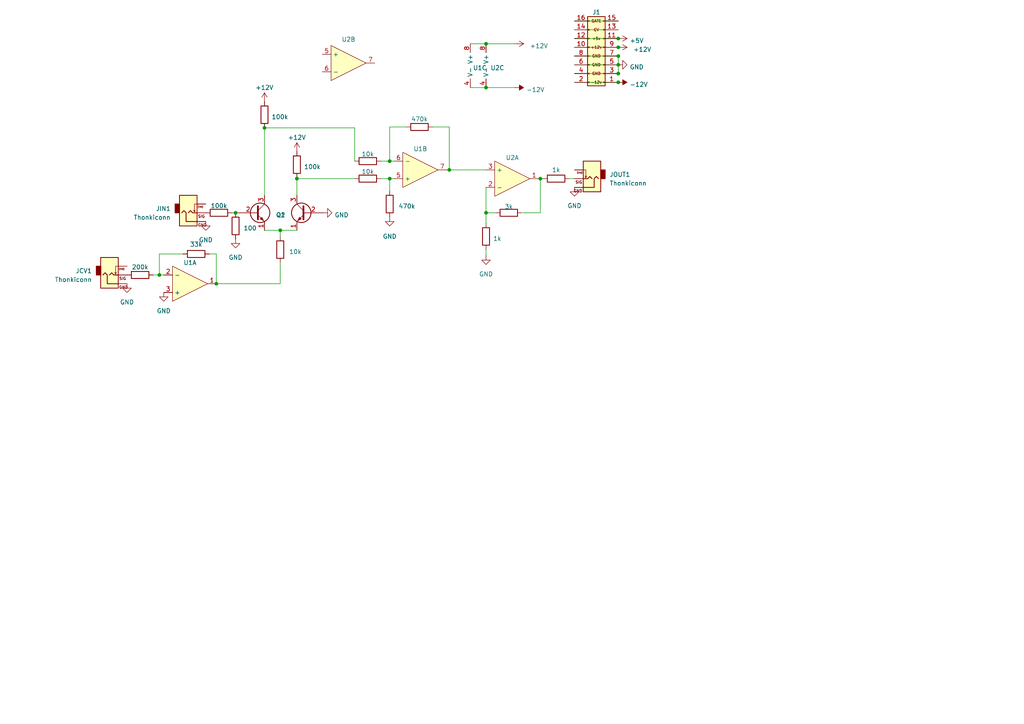
<source format=kicad_sch>
(kicad_sch (version 20230121) (generator eeschema)

  (uuid be2c9c07-133f-44fd-9796-c73ea0d2714f)

  (paper "A4")

  (lib_symbols
    (symbol "PCM_EuroRackTools:100_R" (pin_numbers hide) (pin_names (offset 0)) (in_bom yes) (on_board yes)
      (property "Reference" "R" (at -1.27 6.35 0)
        (effects (font (size 1.27 1.27)) hide)
      )
      (property "Value" "100" (at -1.27 1.27 0)
        (effects (font (size 1.27 1.27)))
      )
      (property "Footprint" "Resistor_SMD:R_0603_1608Metric" (at -1.27 -6.35 0)
        (effects (font (size 1.27 1.27)) hide)
      )
      (property "Datasheet" "~" (at -6.35 6.35 90)
        (effects (font (size 1.27 1.27)) hide)
      )
      (property "lcsc" "C86983" (at -0.762 -1.778 0)
        (effects (font (size 1.27 1.27)) hide)
      )
      (property "LCSC" "LCSC_PART_NUM" (at -1.27 -2.54 0)
        (effects (font (size 1.27 1.27)) hide)
      )
      (property "ki_keywords" "R res resistor" (at 0 0 0)
        (effects (font (size 1.27 1.27)) hide)
      )
      (property "ki_description" "Resistor" (at 0 0 0)
        (effects (font (size 1.27 1.27)) hide)
      )
      (property "ki_fp_filters" "R_*" (at 0 0 0)
        (effects (font (size 1.27 1.27)) hide)
      )
      (symbol "100_R_0_1"
        (rectangle (start 1.27 0.254) (end -3.81 2.286)
          (stroke (width 0.254) (type default))
          (fill (type none))
        )
      )
      (symbol "100_R_1_1"
        (pin passive line (at -5.08 1.27 0) (length 1.27)
          (name "~" (effects (font (size 1.27 1.27))))
          (number "1" (effects (font (size 1.27 1.27))))
        )
        (pin passive line (at 2.54 1.27 180) (length 1.27)
          (name "~" (effects (font (size 1.27 1.27))))
          (number "2" (effects (font (size 1.27 1.27))))
        )
      )
    )
    (symbol "PCM_EuroRackTools:100k" (pin_numbers hide) (pin_names (offset 0)) (in_bom yes) (on_board yes)
      (property "Reference" "R" (at -1.27 6.35 0)
        (effects (font (size 1.27 1.27)) hide)
      )
      (property "Value" "100k" (at -1.27 1.27 0)
        (effects (font (size 1.27 1.27)))
      )
      (property "Footprint" "Resistor_SMD:R_0603_1608Metric" (at -1.27 -6.35 0)
        (effects (font (size 1.27 1.27)) hide)
      )
      (property "Datasheet" "~" (at -6.35 6.35 90)
        (effects (font (size 1.27 1.27)) hide)
      )
      (property "LCSC" "C25803" (at -1.27 -1.27 0)
        (effects (font (size 1.27 1.27)) hide)
      )
      (property "ki_keywords" "R res resistor" (at 0 0 0)
        (effects (font (size 1.27 1.27)) hide)
      )
      (property "ki_description" "Resistor" (at 0 0 0)
        (effects (font (size 1.27 1.27)) hide)
      )
      (property "ki_fp_filters" "R_*" (at 0 0 0)
        (effects (font (size 1.27 1.27)) hide)
      )
      (symbol "100k_0_1"
        (rectangle (start 1.27 0.254) (end -3.81 2.286)
          (stroke (width 0.254) (type default))
          (fill (type none))
        )
      )
      (symbol "100k_1_1"
        (pin passive line (at -5.08 1.27 0) (length 1.27)
          (name "~" (effects (font (size 1.27 1.27))))
          (number "1" (effects (font (size 1.27 1.27))))
        )
        (pin passive line (at 2.54 1.27 180) (length 1.27)
          (name "~" (effects (font (size 1.27 1.27))))
          (number "2" (effects (font (size 1.27 1.27))))
        )
      )
    )
    (symbol "PCM_EuroRackTools:10k" (pin_numbers hide) (pin_names (offset 0)) (in_bom yes) (on_board yes)
      (property "Reference" "R" (at -1.27 6.35 0)
        (effects (font (size 1.27 1.27)) hide)
      )
      (property "Value" "10k" (at -1.27 1.27 0)
        (effects (font (size 1.27 1.27)))
      )
      (property "Footprint" "Resistor_SMD:R_0603_1608Metric" (at -1.27 -6.35 0)
        (effects (font (size 1.27 1.27)) hide)
      )
      (property "Datasheet" "~" (at -6.35 6.35 90)
        (effects (font (size 1.27 1.27)) hide)
      )
      (property "lcsc" "C73809" (at -1.27 -2.54 0)
        (effects (font (size 1.27 1.27)) hide)
      )
      (property "LCSC" "LCSC_PART_NUM" (at -1.27 -2.54 0)
        (effects (font (size 1.27 1.27)) hide)
      )
      (property "ki_keywords" "R res resistor" (at 0 0 0)
        (effects (font (size 1.27 1.27)) hide)
      )
      (property "ki_description" "Resistor" (at 0 0 0)
        (effects (font (size 1.27 1.27)) hide)
      )
      (property "ki_fp_filters" "R_*" (at 0 0 0)
        (effects (font (size 1.27 1.27)) hide)
      )
      (symbol "10k_0_1"
        (rectangle (start 1.27 0.254) (end -3.81 2.286)
          (stroke (width 0.254) (type default))
          (fill (type none))
        )
      )
      (symbol "10k_1_1"
        (pin passive line (at -5.08 1.27 0) (length 1.27)
          (name "~" (effects (font (size 1.27 1.27))))
          (number "1" (effects (font (size 1.27 1.27))))
        )
        (pin passive line (at 2.54 1.27 180) (length 1.27)
          (name "~" (effects (font (size 1.27 1.27))))
          (number "2" (effects (font (size 1.27 1.27))))
        )
      )
    )
    (symbol "PCM_EuroRackTools:1k" (pin_numbers hide) (pin_names (offset 0)) (in_bom yes) (on_board yes)
      (property "Reference" "R" (at -1.27 3.81 0)
        (effects (font (size 1.27 1.27)) hide)
      )
      (property "Value" "1k" (at -1.27 1.27 0)
        (effects (font (size 1.27 1.27)))
      )
      (property "Footprint" "Resistor_SMD:R_0603_1608Metric" (at -1.27 -6.35 0)
        (effects (font (size 1.27 1.27)) hide)
      )
      (property "Datasheet" "~" (at -6.35 6.35 90)
        (effects (font (size 1.27 1.27)) hide)
      )
      (property "LCSC" "C21190" (at -1.27 -1.27 0)
        (effects (font (size 1.27 1.27)) hide)
      )
      (property "ki_keywords" "R res resistor" (at 0 0 0)
        (effects (font (size 1.27 1.27)) hide)
      )
      (property "ki_description" "Resistor" (at 0 0 0)
        (effects (font (size 1.27 1.27)) hide)
      )
      (property "ki_fp_filters" "R_*" (at 0 0 0)
        (effects (font (size 1.27 1.27)) hide)
      )
      (symbol "1k_0_1"
        (rectangle (start 1.27 0.254) (end -3.81 2.286)
          (stroke (width 0.254) (type default))
          (fill (type none))
        )
      )
      (symbol "1k_1_1"
        (pin passive line (at -5.08 1.27 0) (length 1.27)
          (name "~" (effects (font (size 1.27 1.27))))
          (number "1" (effects (font (size 1.27 1.27))))
        )
        (pin passive line (at 2.54 1.27 180) (length 1.27)
          (name "~" (effects (font (size 1.27 1.27))))
          (number "2" (effects (font (size 1.27 1.27))))
        )
      )
    )
    (symbol "PCM_EuroRackTools:200k" (pin_numbers hide) (pin_names (offset 0)) (in_bom yes) (on_board yes)
      (property "Reference" "R" (at -1.27 6.35 0)
        (effects (font (size 1.27 1.27)) hide)
      )
      (property "Value" "200k" (at -1.27 1.27 0)
        (effects (font (size 1.27 1.27)))
      )
      (property "Footprint" "Resistor_SMD:R_0603_1608Metric" (at -1.27 -6.35 0)
        (effects (font (size 1.27 1.27)) hide)
      )
      (property "Datasheet" "~" (at -6.35 6.35 90)
        (effects (font (size 1.27 1.27)) hide)
      )
      (property "lcsc" "C144683" (at -0.508 -5.08 0)
        (effects (font (size 1.27 1.27)) hide)
      )
      (property "LCSC" "LCSC_PART_NUM" (at -1.27 -2.54 0)
        (effects (font (size 1.27 1.27)) hide)
      )
      (property "ki_keywords" "R res resistor" (at 0 0 0)
        (effects (font (size 1.27 1.27)) hide)
      )
      (property "ki_description" "Resistor" (at 0 0 0)
        (effects (font (size 1.27 1.27)) hide)
      )
      (property "ki_fp_filters" "R_*" (at 0 0 0)
        (effects (font (size 1.27 1.27)) hide)
      )
      (symbol "200k_0_1"
        (rectangle (start 1.27 0.254) (end -3.81 2.286)
          (stroke (width 0.254) (type default))
          (fill (type none))
        )
      )
      (symbol "200k_1_1"
        (pin passive line (at -5.08 1.27 0) (length 1.27)
          (name "~" (effects (font (size 1.27 1.27))))
          (number "1" (effects (font (size 1.27 1.27))))
        )
        (pin passive line (at 2.54 1.27 180) (length 1.27)
          (name "~" (effects (font (size 1.27 1.27))))
          (number "2" (effects (font (size 1.27 1.27))))
        )
      )
    )
    (symbol "PCM_EuroRackTools:2N3904" (pin_names (offset 0) hide) (in_bom yes) (on_board yes)
      (property "Reference" "Q" (at 5.08 0 0)
        (effects (font (size 1.27 1.27)) (justify left))
      )
      (property "Value" "2N3904" (at 5.08 5.08 0)
        (effects (font (size 1.27 1.27)) (justify left) hide)
      )
      (property "Footprint" "Package_TO_SOT_SMD:SOT-23-3" (at 5.08 -1.905 0)
        (effects (font (size 1.27 1.27) italic) (justify left) hide)
      )
      (property "Datasheet" "https://www.onsemi.com/pub/Collateral/2N3903-D.PDF" (at 0 0 0)
        (effects (font (size 1.27 1.27)) (justify left) hide)
      )
      (property "lcsc" "C18536" (at -2.54 5.08 0)
        (effects (font (size 1.27 1.27)) hide)
      )
      (property "ki_keywords" "NPN Transistor" (at 0 0 0)
        (effects (font (size 1.27 1.27)) hide)
      )
      (property "ki_description" "0.2A Ic, 40V Vce, Small Signal NPN Transistor, TO-92" (at 0 0 0)
        (effects (font (size 1.27 1.27)) hide)
      )
      (property "ki_fp_filters" "TO?92*" (at 0 0 0)
        (effects (font (size 1.27 1.27)) hide)
      )
      (symbol "2N3904_0_1"
        (polyline
          (pts
            (xy 0.635 0.635)
            (xy 2.54 2.54)
          )
          (stroke (width 0) (type default))
          (fill (type none))
        )
        (polyline
          (pts
            (xy 0.635 -0.635)
            (xy 2.54 -2.54)
            (xy 2.54 -2.54)
          )
          (stroke (width 0) (type default))
          (fill (type none))
        )
        (polyline
          (pts
            (xy 0.635 1.905)
            (xy 0.635 -1.905)
            (xy 0.635 -1.905)
          )
          (stroke (width 0.508) (type default))
          (fill (type none))
        )
        (polyline
          (pts
            (xy 1.27 -1.778)
            (xy 1.778 -1.27)
            (xy 2.286 -2.286)
            (xy 1.27 -1.778)
            (xy 1.27 -1.778)
          )
          (stroke (width 0) (type default))
          (fill (type outline))
        )
        (circle (center 1.27 0) (radius 2.8194)
          (stroke (width 0.254) (type default))
          (fill (type none))
        )
      )
      (symbol "2N3904_1_1"
        (pin passive line (at 2.54 -5.08 90) (length 2.54)
          (name "E" (effects (font (size 1.27 1.27))))
          (number "1" (effects (font (size 1.27 1.27))))
        )
        (pin passive line (at -5.08 0 0) (length 5.715)
          (name "B" (effects (font (size 1.27 1.27))))
          (number "2" (effects (font (size 1.27 1.27))))
        )
        (pin passive line (at 2.54 5.08 270) (length 2.54)
          (name "C" (effects (font (size 1.27 1.27))))
          (number "3" (effects (font (size 1.27 1.27))))
        )
      )
    )
    (symbol "PCM_EuroRackTools:33k" (pin_numbers hide) (pin_names (offset 0)) (in_bom yes) (on_board yes)
      (property "Reference" "R" (at -1.27 6.35 0)
        (effects (font (size 1.27 1.27)) hide)
      )
      (property "Value" "33k" (at -1.27 1.27 0)
        (effects (font (size 1.27 1.27)))
      )
      (property "Footprint" "Resistor_SMD:R_0603_1608Metric" (at -1.27 -6.35 0)
        (effects (font (size 1.27 1.27)) hide)
      )
      (property "Datasheet" "~" (at -6.35 6.35 90)
        (effects (font (size 1.27 1.27)) hide)
      )
      (property "LCSC" "C4216" (at -1.27 -1.27 0)
        (effects (font (size 1.27 1.27)) hide)
      )
      (property "ki_keywords" "R res resistor" (at 0 0 0)
        (effects (font (size 1.27 1.27)) hide)
      )
      (property "ki_description" "Resistor" (at 0 0 0)
        (effects (font (size 1.27 1.27)) hide)
      )
      (property "ki_fp_filters" "R_*" (at 0 0 0)
        (effects (font (size 1.27 1.27)) hide)
      )
      (symbol "33k_0_1"
        (rectangle (start 1.27 0.254) (end -3.81 2.286)
          (stroke (width 0.254) (type default))
          (fill (type none))
        )
      )
      (symbol "33k_1_1"
        (pin passive line (at -5.08 1.27 0) (length 1.27)
          (name "~" (effects (font (size 1.27 1.27))))
          (number "1" (effects (font (size 1.27 1.27))))
        )
        (pin passive line (at 2.54 1.27 180) (length 1.27)
          (name "~" (effects (font (size 1.27 1.27))))
          (number "2" (effects (font (size 1.27 1.27))))
        )
      )
    )
    (symbol "PCM_EuroRackTools:3k" (pin_numbers hide) (pin_names (offset 0)) (in_bom yes) (on_board yes)
      (property "Reference" "R" (at -1.27 6.35 0)
        (effects (font (size 1.27 1.27)) hide)
      )
      (property "Value" "3k" (at -1.27 1.27 0)
        (effects (font (size 1.27 1.27)))
      )
      (property "Footprint" "Resistor_SMD:R_0603_1608Metric" (at -1.27 -6.35 0)
        (effects (font (size 1.27 1.27)) hide)
      )
      (property "Datasheet" "~" (at -6.35 6.35 90)
        (effects (font (size 1.27 1.27)) hide)
      )
      (property "LCSC" "C73812" (at -1.27 -1.27 0)
        (effects (font (size 1.27 1.27)) hide)
      )
      (property "ki_keywords" "R res resistor" (at 0 0 0)
        (effects (font (size 1.27 1.27)) hide)
      )
      (property "ki_description" "Resistor" (at 0 0 0)
        (effects (font (size 1.27 1.27)) hide)
      )
      (property "ki_fp_filters" "R_*" (at 0 0 0)
        (effects (font (size 1.27 1.27)) hide)
      )
      (symbol "3k_0_1"
        (rectangle (start 1.27 0.254) (end -3.81 2.286)
          (stroke (width 0.254) (type default))
          (fill (type none))
        )
      )
      (symbol "3k_1_1"
        (pin passive line (at -5.08 1.27 0) (length 1.27)
          (name "~" (effects (font (size 1.27 1.27))))
          (number "1" (effects (font (size 1.27 1.27))))
        )
        (pin passive line (at 2.54 1.27 180) (length 1.27)
          (name "~" (effects (font (size 1.27 1.27))))
          (number "2" (effects (font (size 1.27 1.27))))
        )
      )
    )
    (symbol "PCM_EuroRackTools:470k" (pin_numbers hide) (pin_names (offset 0)) (in_bom yes) (on_board yes)
      (property "Reference" "R" (at -1.27 6.35 0)
        (effects (font (size 1.27 1.27)) hide)
      )
      (property "Value" "470k" (at -1.27 1.27 0)
        (effects (font (size 1.27 1.27)))
      )
      (property "Footprint" "Resistor_SMD:R_0603_1608Metric" (at -1.27 -6.35 0)
        (effects (font (size 1.27 1.27)) hide)
      )
      (property "Datasheet" "~" (at -6.35 6.35 90)
        (effects (font (size 1.27 1.27)) hide)
      )
      (property "lcsc" "C115418" (at -1.27 -2.032 0)
        (effects (font (size 1.27 1.27)) hide)
      )
      (property "LCSC" "LCSC_PART_NUM" (at -1.27 -2.54 0)
        (effects (font (size 1.27 1.27)) hide)
      )
      (property "ki_keywords" "R res resistor" (at 0 0 0)
        (effects (font (size 1.27 1.27)) hide)
      )
      (property "ki_description" "Resistor" (at 0 0 0)
        (effects (font (size 1.27 1.27)) hide)
      )
      (property "ki_fp_filters" "R_*" (at 0 0 0)
        (effects (font (size 1.27 1.27)) hide)
      )
      (symbol "470k_0_1"
        (rectangle (start 1.27 0.254) (end -3.81 2.286)
          (stroke (width 0.254) (type default))
          (fill (type none))
        )
      )
      (symbol "470k_1_1"
        (pin passive line (at -5.08 1.27 0) (length 1.27)
          (name "~" (effects (font (size 1.27 1.27))))
          (number "1" (effects (font (size 1.27 1.27))))
        )
        (pin passive line (at 2.54 1.27 180) (length 1.27)
          (name "~" (effects (font (size 1.27 1.27))))
          (number "2" (effects (font (size 1.27 1.27))))
        )
      )
    )
    (symbol "PCM_EuroRackTools:EuroPower16" (pin_names (offset 1.016) hide) (in_bom yes) (on_board yes)
      (property "Reference" "J" (at 1.27 10.16 0)
        (effects (font (size 1.27 1.27)))
      )
      (property "Value" "EuroPower16" (at 1.27 -12.7 0)
        (effects (font (size 1.27 1.27)) hide)
      )
      (property "Footprint" "Connector_IDC:IDC-Header_2x08_P2.54mm_Vertical_SMD" (at 1.524 -18.034 0)
        (effects (font (size 1.27 1.27)) hide)
      )
      (property "Datasheet" "~" (at 1.524 -15.367 0)
        (effects (font (size 1.27 1.27)) hide)
      )
      (property "lcsc" "C383608" (at 5.08 12.7 0)
        (effects (font (size 1.27 1.27)) hide)
      )
      (property "ki_keywords" "connector" (at 0 0 0)
        (effects (font (size 1.27 1.27)) hide)
      )
      (property "ki_description" "Generic connector, double row, 02x08, odd/even pin numbering scheme (row 1 odd numbers, row 2 even numbers), script generated (kicad-library-utils/schlib/autogen/connector/)" (at 0 0 0)
        (effects (font (size 1.27 1.27)) hide)
      )
      (property "ki_fp_filters" "Connector*:*_2x??_*" (at 0 0 0)
        (effects (font (size 1.27 1.27)) hide)
      )
      (symbol "EuroPower16_0_0"
        (text "+12v" (at 1.27 0 0)
          (effects (font (size 0.8 0.8)))
        )
        (text "+5v" (at 1.27 2.54 0)
          (effects (font (size 0.8 0.8)))
        )
        (text "-12v" (at 1.27 -10.16 0)
          (effects (font (size 0.8 0.8)))
        )
        (text "CV" (at 1.27 5.08 0)
          (effects (font (size 0.8 0.8)))
        )
        (text "GATE" (at 1.27 7.62 0)
          (effects (font (size 0.8 0.8)))
        )
        (text "GND" (at 1.27 -7.62 0)
          (effects (font (size 0.8 0.8)))
        )
        (text "GND" (at 1.27 -5.08 0)
          (effects (font (size 0.8 0.8)))
        )
        (text "GND" (at 1.27 -2.54 0)
          (effects (font (size 0.8 0.8)))
        )
      )
      (symbol "EuroPower16_1_1"
        (rectangle (start -1.27 -10.033) (end -0.762 -10.287)
          (stroke (width 0.1524) (type default))
          (fill (type none))
        )
        (rectangle (start -1.27 -7.493) (end -0.762 -7.747)
          (stroke (width 0.1524) (type default))
          (fill (type none))
        )
        (rectangle (start -1.27 -4.953) (end -0.762 -5.207)
          (stroke (width 0.1524) (type default))
          (fill (type none))
        )
        (rectangle (start -1.27 -2.413) (end -0.762 -2.667)
          (stroke (width 0.1524) (type default))
          (fill (type none))
        )
        (rectangle (start -1.27 0.127) (end -0.762 -0.127)
          (stroke (width 0.1524) (type default))
          (fill (type none))
        )
        (rectangle (start -1.27 2.667) (end -0.762 2.413)
          (stroke (width 0.1524) (type default))
          (fill (type none))
        )
        (rectangle (start -1.27 5.207) (end -0.762 4.953)
          (stroke (width 0.1524) (type default))
          (fill (type none))
        )
        (rectangle (start -1.27 7.747) (end -0.762 7.493)
          (stroke (width 0.1524) (type default))
          (fill (type none))
        )
        (rectangle (start -1.27 8.89) (end 3.81 -11.176)
          (stroke (width 0.254) (type default))
          (fill (type background))
        )
        (rectangle (start 3.302 -10.033) (end 3.81 -10.287)
          (stroke (width 0.1524) (type default))
          (fill (type none))
        )
        (rectangle (start 3.302 -7.493) (end 3.81 -7.747)
          (stroke (width 0.1524) (type default))
          (fill (type none))
        )
        (rectangle (start 3.302 -4.953) (end 3.81 -5.207)
          (stroke (width 0.1524) (type default))
          (fill (type none))
        )
        (rectangle (start 3.302 -2.413) (end 3.81 -2.667)
          (stroke (width 0.1524) (type default))
          (fill (type none))
        )
        (rectangle (start 3.302 0.127) (end 3.81 -0.127)
          (stroke (width 0.1524) (type default))
          (fill (type none))
        )
        (rectangle (start 3.302 2.667) (end 3.81 2.413)
          (stroke (width 0.1524) (type default))
          (fill (type none))
        )
        (rectangle (start 3.302 5.207) (end 3.81 4.953)
          (stroke (width 0.1524) (type default))
          (fill (type none))
        )
        (rectangle (start 3.302 7.747) (end 3.81 7.493)
          (stroke (width 0.1524) (type default))
          (fill (type none))
        )
        (pin power_out line (at 7.62 -10.16 180) (length 3.81)
          (name "-12v_R" (effects (font (size 1.27 1.27))))
          (number "1" (effects (font (size 1.27 1.27))))
        )
        (pin power_out line (at -5.08 0 0) (length 3.81)
          (name "+12V_L" (effects (font (size 1.27 1.27))))
          (number "10" (effects (font (size 1.27 1.27))))
        )
        (pin power_out line (at 7.62 2.54 180) (length 3.81)
          (name "+5v_R" (effects (font (size 1.27 1.27))))
          (number "11" (effects (font (size 1.27 1.27))))
        )
        (pin power_out line (at -5.08 2.54 0) (length 3.81)
          (name "+5v_L" (effects (font (size 1.27 1.27))))
          (number "12" (effects (font (size 1.27 1.27))))
        )
        (pin passive line (at 7.62 5.08 180) (length 3.81)
          (name "CV_R" (effects (font (size 1.27 1.27))))
          (number "13" (effects (font (size 1.27 1.27))))
        )
        (pin passive line (at -5.08 5.08 0) (length 3.81)
          (name "CV_L" (effects (font (size 1.27 1.27))))
          (number "14" (effects (font (size 1.27 1.27))))
        )
        (pin passive line (at 7.62 7.62 180) (length 3.81)
          (name "GATE_R" (effects (font (size 1.27 1.27))))
          (number "15" (effects (font (size 1.27 1.27))))
        )
        (pin passive line (at -5.08 7.62 0) (length 3.81)
          (name "GATE_L" (effects (font (size 1.27 1.27))))
          (number "16" (effects (font (size 1.27 1.27))))
        )
        (pin power_out line (at -5.08 -10.16 0) (length 3.81)
          (name "-12v_L" (effects (font (size 1.27 1.27))))
          (number "2" (effects (font (size 1.27 1.27))))
        )
        (pin power_out line (at 7.62 -7.62 180) (length 3.81)
          (name "GND" (effects (font (size 1.27 1.27))))
          (number "3" (effects (font (size 1.27 1.27))))
        )
        (pin power_out line (at -5.08 -7.62 0) (length 3.81)
          (name "GND" (effects (font (size 1.27 1.27))))
          (number "4" (effects (font (size 1.27 1.27))))
        )
        (pin power_out line (at 7.62 -5.08 180) (length 3.81)
          (name "GND_R3" (effects (font (size 1.27 1.27))))
          (number "5" (effects (font (size 1.27 1.27))))
        )
        (pin power_out line (at -5.08 -5.08 0) (length 3.81)
          (name "GND_L3" (effects (font (size 1.27 1.27))))
          (number "6" (effects (font (size 1.27 1.27))))
        )
        (pin power_out line (at 7.62 -2.54 180) (length 3.81)
          (name "GND_R2" (effects (font (size 1.27 1.27))))
          (number "7" (effects (font (size 1.27 1.27))))
        )
        (pin power_out line (at -5.08 -2.54 0) (length 3.81)
          (name "GND_L2" (effects (font (size 1.27 1.27))))
          (number "8" (effects (font (size 1.27 1.27))))
        )
        (pin power_out line (at 7.62 0 180) (length 3.81)
          (name "+12V_R" (effects (font (size 1.27 1.27))))
          (number "9" (effects (font (size 1.27 1.27))))
        )
      )
    )
    (symbol "PCM_EuroRackTools:TL072" (in_bom yes) (on_board yes)
      (property "Reference" "U" (at -1.27 0 0)
        (effects (font (size 1.27 1.27)))
      )
      (property "Value" "TL072" (at 5.08 3.81 0)
        (effects (font (size 1.27 1.27)) hide)
      )
      (property "Footprint" "Package_SO:SOIC-8_3.9x4.9mm_P1.27mm" (at 0 -8.89 0)
        (effects (font (size 1.27 1.27)) hide)
      )
      (property "Datasheet" "" (at 0 0 0)
        (effects (font (size 1.27 1.27)) hide)
      )
      (property "Sim.Pins" "1=1 2=2 3=3 4=4 5=5 6=6 7=7 8=8" (at -11.43 17.78 0)
        (effects (font (size 1.27 1.27)) hide)
      )
      (property "Sim.Device" "SPICE" (at 1.27 7.62 0)
        (effects (font (size 1.27 1.27)) hide)
      )
      (property "Sim.Params" "type=\"X\" model=\"MY_TL072\" lib=\"\"" (at 0 0 0)
        (effects (font (size 0 0)) hide)
      )
      (property "LCSC" "C67473" (at 3.175 -4.445 0)
        (effects (font (size 1.27 1.27)) hide)
      )
      (symbol "TL072_1_1"
        (polyline
          (pts
            (xy -5.08 5.08)
            (xy -5.08 -5.08)
            (xy 5.08 0)
            (xy -5.08 5.08)
          )
          (stroke (width 0.1524) (type default))
          (fill (type background))
        )
        (pin output line (at 7.62 0 180) (length 2.54)
          (name "" (effects (font (size 1.27 1.27))))
          (number "1" (effects (font (size 1.27 1.27))))
        )
        (pin input line (at -7.62 -2.54 0) (length 2.54)
          (name "-" (effects (font (size 1.27 1.27))))
          (number "2" (effects (font (size 1.27 1.27))))
        )
        (pin input line (at -7.62 2.54 0) (length 2.54)
          (name "+" (effects (font (size 1.27 1.27))))
          (number "3" (effects (font (size 1.27 1.27))))
        )
      )
      (symbol "TL072_2_1"
        (polyline
          (pts
            (xy -5.08 5.08)
            (xy -5.08 -5.08)
            (xy 5.08 0)
            (xy -5.08 5.08)
          )
          (stroke (width 0.1524) (type default))
          (fill (type background))
        )
        (pin input line (at -7.62 2.54 0) (length 2.54)
          (name "+" (effects (font (size 1.27 1.27))))
          (number "5" (effects (font (size 1.27 1.27))))
        )
        (pin input line (at -7.62 -2.54 0) (length 2.54)
          (name "-" (effects (font (size 1.27 1.27))))
          (number "6" (effects (font (size 1.27 1.27))))
        )
        (pin output line (at 7.62 0 180) (length 2.54)
          (name "" (effects (font (size 1.27 1.27))))
          (number "7" (effects (font (size 1.27 1.27))))
        )
      )
      (symbol "TL072_3_0"
        (pin power_in line (at -2.54 -6.35 90) (length 2.54)
          (name "V-" (effects (font (size 1.27 1.27))))
          (number "4" (effects (font (size 1.27 1.27))))
        )
        (pin power_in line (at -2.54 6.35 270) (length 2.54)
          (name "V+" (effects (font (size 1.27 1.27))))
          (number "8" (effects (font (size 1.27 1.27))))
        )
      )
    )
    (symbol "PCM_EuroRackTools:Thonkiconn" (pin_numbers hide) (in_bom yes) (on_board yes)
      (property "Reference" "J" (at -1.27 -3.048 0)
        (effects (font (size 1.27 1.27)))
      )
      (property "Value" "Thonkiconn" (at 0 6.35 0)
        (effects (font (size 1.27 1.27)))
      )
      (property "Footprint" "Connector_Audio:Jack_3.5mm_QingPu_WQP-PJ398SM_Vertical_CircularHoles" (at 1.27 11.43 0)
        (effects (font (size 1.27 1.27)) hide)
      )
      (property "Datasheet" "~" (at 0 0 0)
        (effects (font (size 1.27 1.27)) hide)
      )
      (property "ki_keywords" "audio jack receptacle mono headphones phone TS connector" (at 0 0 0)
        (effects (font (size 1.27 1.27)) hide)
      )
      (property "ki_description" "Audio Jack, 2 Poles (Mono / TS), Switched T Pole (Normalling)" (at 0 0 0)
        (effects (font (size 1.27 1.27)) hide)
      )
      (property "ki_fp_filters" "Jack*" (at 0 0 0)
        (effects (font (size 1.27 1.27)) hide)
      )
      (symbol "Thonkiconn_0_0"
        (text "(no)" (at 3.556 -1.778 0)
          (effects (font (size 0.5 0.5)))
        )
        (text "GND" (at 4.064 3.556 0)
          (effects (font (size 0.8 0.8)))
        )
        (text "SIG" (at 3.81 1.016 0)
          (effects (font (size 0.8 0.8)))
        )
      )
      (symbol "Thonkiconn_0_1"
        (rectangle (start -2.54 0) (end -3.81 -2.54)
          (stroke (width 0.254) (type default))
          (fill (type outline))
        )
        (polyline
          (pts
            (xy 1.778 -0.254)
            (xy 2.032 -0.762)
          )
          (stroke (width 0) (type default))
          (fill (type none))
        )
        (polyline
          (pts
            (xy 0 0)
            (xy 0.635 -0.635)
            (xy 1.27 0)
            (xy 2.54 0)
          )
          (stroke (width 0.254) (type default))
          (fill (type none))
        )
        (polyline
          (pts
            (xy 2.54 -2.54)
            (xy 1.778 -2.54)
            (xy 1.778 -0.254)
            (xy 1.524 -0.762)
          )
          (stroke (width 0) (type default))
          (fill (type none))
        )
        (polyline
          (pts
            (xy 2.54 2.54)
            (xy -0.635 2.54)
            (xy -0.635 0)
            (xy -1.27 -0.635)
            (xy -1.905 0)
          )
          (stroke (width 0.254) (type default))
          (fill (type none))
        )
        (rectangle (start 2.54 3.81) (end -2.54 -5.08)
          (stroke (width 0.254) (type default))
          (fill (type background))
        )
      )
      (symbol "Thonkiconn_1_1"
        (pin passive line (at 5.08 2.54 180) (length 2.54)
          (name "~" (effects (font (size 1.27 1.27))))
          (number "S" (effects (font (size 1.27 1.27))))
        )
        (pin passive line (at 5.08 0 180) (length 2.54)
          (name "~" (effects (font (size 1.27 1.27))))
          (number "T" (effects (font (size 1.27 1.27))))
        )
        (pin passive line (at 5.08 -2.54 180) (length 2.54)
          (name "~" (effects (font (size 1.27 1.27))))
          (number "TN" (effects (font (size 1.27 1.27))))
        )
      )
    )
    (symbol "power:+12V" (power) (pin_names (offset 0)) (in_bom yes) (on_board yes)
      (property "Reference" "#PWR" (at 0 -3.81 0)
        (effects (font (size 1.27 1.27)) hide)
      )
      (property "Value" "+12V" (at 0 3.556 0)
        (effects (font (size 1.27 1.27)))
      )
      (property "Footprint" "" (at 0 0 0)
        (effects (font (size 1.27 1.27)) hide)
      )
      (property "Datasheet" "" (at 0 0 0)
        (effects (font (size 1.27 1.27)) hide)
      )
      (property "ki_keywords" "global power" (at 0 0 0)
        (effects (font (size 1.27 1.27)) hide)
      )
      (property "ki_description" "Power symbol creates a global label with name \"+12V\"" (at 0 0 0)
        (effects (font (size 1.27 1.27)) hide)
      )
      (symbol "+12V_0_1"
        (polyline
          (pts
            (xy -0.762 1.27)
            (xy 0 2.54)
          )
          (stroke (width 0) (type default))
          (fill (type none))
        )
        (polyline
          (pts
            (xy 0 0)
            (xy 0 2.54)
          )
          (stroke (width 0) (type default))
          (fill (type none))
        )
        (polyline
          (pts
            (xy 0 2.54)
            (xy 0.762 1.27)
          )
          (stroke (width 0) (type default))
          (fill (type none))
        )
      )
      (symbol "+12V_1_1"
        (pin power_in line (at 0 0 90) (length 0) hide
          (name "+12V" (effects (font (size 1.27 1.27))))
          (number "1" (effects (font (size 1.27 1.27))))
        )
      )
    )
    (symbol "power:+5V" (power) (pin_names (offset 0)) (in_bom yes) (on_board yes)
      (property "Reference" "#PWR" (at 0 -3.81 0)
        (effects (font (size 1.27 1.27)) hide)
      )
      (property "Value" "+5V" (at 0 3.556 0)
        (effects (font (size 1.27 1.27)))
      )
      (property "Footprint" "" (at 0 0 0)
        (effects (font (size 1.27 1.27)) hide)
      )
      (property "Datasheet" "" (at 0 0 0)
        (effects (font (size 1.27 1.27)) hide)
      )
      (property "ki_keywords" "global power" (at 0 0 0)
        (effects (font (size 1.27 1.27)) hide)
      )
      (property "ki_description" "Power symbol creates a global label with name \"+5V\"" (at 0 0 0)
        (effects (font (size 1.27 1.27)) hide)
      )
      (symbol "+5V_0_1"
        (polyline
          (pts
            (xy -0.762 1.27)
            (xy 0 2.54)
          )
          (stroke (width 0) (type default))
          (fill (type none))
        )
        (polyline
          (pts
            (xy 0 0)
            (xy 0 2.54)
          )
          (stroke (width 0) (type default))
          (fill (type none))
        )
        (polyline
          (pts
            (xy 0 2.54)
            (xy 0.762 1.27)
          )
          (stroke (width 0) (type default))
          (fill (type none))
        )
      )
      (symbol "+5V_1_1"
        (pin power_in line (at 0 0 90) (length 0) hide
          (name "+5V" (effects (font (size 1.27 1.27))))
          (number "1" (effects (font (size 1.27 1.27))))
        )
      )
    )
    (symbol "power:-12V" (power) (pin_names (offset 0)) (in_bom yes) (on_board yes)
      (property "Reference" "#PWR" (at 0 2.54 0)
        (effects (font (size 1.27 1.27)) hide)
      )
      (property "Value" "-12V" (at 0 3.81 0)
        (effects (font (size 1.27 1.27)))
      )
      (property "Footprint" "" (at 0 0 0)
        (effects (font (size 1.27 1.27)) hide)
      )
      (property "Datasheet" "" (at 0 0 0)
        (effects (font (size 1.27 1.27)) hide)
      )
      (property "ki_keywords" "global power" (at 0 0 0)
        (effects (font (size 1.27 1.27)) hide)
      )
      (property "ki_description" "Power symbol creates a global label with name \"-12V\"" (at 0 0 0)
        (effects (font (size 1.27 1.27)) hide)
      )
      (symbol "-12V_0_0"
        (pin power_in line (at 0 0 90) (length 0) hide
          (name "-12V" (effects (font (size 1.27 1.27))))
          (number "1" (effects (font (size 1.27 1.27))))
        )
      )
      (symbol "-12V_0_1"
        (polyline
          (pts
            (xy 0 0)
            (xy 0 1.27)
            (xy 0.762 1.27)
            (xy 0 2.54)
            (xy -0.762 1.27)
            (xy 0 1.27)
          )
          (stroke (width 0) (type default))
          (fill (type outline))
        )
      )
    )
    (symbol "power:GND" (power) (pin_names (offset 0)) (in_bom yes) (on_board yes)
      (property "Reference" "#PWR" (at 0 -6.35 0)
        (effects (font (size 1.27 1.27)) hide)
      )
      (property "Value" "GND" (at 0 -3.81 0)
        (effects (font (size 1.27 1.27)))
      )
      (property "Footprint" "" (at 0 0 0)
        (effects (font (size 1.27 1.27)) hide)
      )
      (property "Datasheet" "" (at 0 0 0)
        (effects (font (size 1.27 1.27)) hide)
      )
      (property "ki_keywords" "global power" (at 0 0 0)
        (effects (font (size 1.27 1.27)) hide)
      )
      (property "ki_description" "Power symbol creates a global label with name \"GND\" , ground" (at 0 0 0)
        (effects (font (size 1.27 1.27)) hide)
      )
      (symbol "GND_0_1"
        (polyline
          (pts
            (xy 0 0)
            (xy 0 -1.27)
            (xy 1.27 -1.27)
            (xy 0 -2.54)
            (xy -1.27 -1.27)
            (xy 0 -1.27)
          )
          (stroke (width 0) (type default))
          (fill (type none))
        )
      )
      (symbol "GND_1_1"
        (pin power_in line (at 0 0 270) (length 0) hide
          (name "GND" (effects (font (size 1.27 1.27))))
          (number "1" (effects (font (size 1.27 1.27))))
        )
      )
    )
  )

  (junction (at 140.97 61.722) (diameter 0) (color 0 0 0 0)
    (uuid 0886aa9a-5ba9-468c-a5b4-233c4a2e20d9)
  )
  (junction (at 140.97 12.7) (diameter 0) (color 0 0 0 0)
    (uuid 1259d2d2-af8b-4645-9bb9-f92dc767939c)
  )
  (junction (at 46.228 79.756) (diameter 0) (color 0 0 0 0)
    (uuid 14833d6a-8c6f-4831-94bd-bc1fd2408c9e)
  )
  (junction (at 68.326 61.722) (diameter 0) (color 0 0 0 0)
    (uuid 17e7dc68-8131-4d54-b95d-3d497d243257)
  )
  (junction (at 179.324 18.796) (diameter 0) (color 0 0 0 0)
    (uuid 1f9e5237-ee8f-42b0-8213-45e42a434078)
  )
  (junction (at 179.324 16.256) (diameter 0) (color 0 0 0 0)
    (uuid 2407e56f-5f7d-44af-aa56-1974d05d859a)
  )
  (junction (at 81.28 66.802) (diameter 0) (color 0 0 0 0)
    (uuid 3f8230bc-bfb9-4edc-a066-9b02b47b39b5)
  )
  (junction (at 156.718 51.816) (diameter 0) (color 0 0 0 0)
    (uuid 4e74ed98-e98e-42b2-abee-39d9037b428a)
  )
  (junction (at 86.106 51.816) (diameter 0) (color 0 0 0 0)
    (uuid 57fc6b02-ee0f-4079-adbe-17ce3fb2853b)
  )
  (junction (at 62.738 82.296) (diameter 0) (color 0 0 0 0)
    (uuid 5d11e6c1-7123-4c61-a4e2-c1801ea05c69)
  )
  (junction (at 179.324 11.176) (diameter 0) (color 0 0 0 0)
    (uuid 5f8df2fd-8e64-40f1-831c-89848fdc0e6d)
  )
  (junction (at 179.324 21.336) (diameter 0) (color 0 0 0 0)
    (uuid 6a1ffb17-3b8a-4819-b770-f8900aa128ce)
  )
  (junction (at 140.97 25.4) (diameter 0) (color 0 0 0 0)
    (uuid 6e332fe7-aadf-4d96-bef5-a7d5772197d0)
  )
  (junction (at 113.03 51.816) (diameter 0) (color 0 0 0 0)
    (uuid b4340f7d-1699-4387-ae71-917a63537ff1)
  )
  (junction (at 179.324 23.876) (diameter 0) (color 0 0 0 0)
    (uuid bda95608-a322-4327-b538-d79cff23cdeb)
  )
  (junction (at 113.03 46.736) (diameter 0) (color 0 0 0 0)
    (uuid ec239ca7-5d73-4bd2-9e37-86fa59afeb43)
  )
  (junction (at 76.708 37.084) (diameter 0) (color 0 0 0 0)
    (uuid f2b1fe7c-9c42-494f-90fa-85885a9af77c)
  )
  (junction (at 179.324 13.716) (diameter 0) (color 0 0 0 0)
    (uuid f6545c3f-d079-4e95-8155-5217b2912047)
  )
  (junction (at 130.302 49.276) (diameter 0) (color 0 0 0 0)
    (uuid fcd618a5-219f-4040-95eb-5f3a320fc51d)
  )

  (wire (pts (xy 166.624 21.336) (xy 179.324 21.336))
    (stroke (width 0) (type default))
    (uuid 07f789e7-875c-4301-86f8-47404667ff22)
  )
  (wire (pts (xy 140.97 54.356) (xy 140.97 61.722))
    (stroke (width 0) (type default))
    (uuid 12d1157a-241b-43d7-bc20-0e2e593068c5)
  )
  (wire (pts (xy 165.1 51.816) (xy 166.624 51.816))
    (stroke (width 0) (type default))
    (uuid 14411044-7d0c-41e1-ad7b-298ae2d340b2)
  )
  (wire (pts (xy 166.624 23.876) (xy 179.324 23.876))
    (stroke (width 0) (type default))
    (uuid 1c8baa3b-3876-471a-ab71-56a43934424b)
  )
  (wire (pts (xy 110.49 51.816) (xy 113.03 51.816))
    (stroke (width 0) (type default))
    (uuid 21550831-1386-49a5-81fc-6ab775406621)
  )
  (wire (pts (xy 68.326 61.722) (xy 69.088 61.722))
    (stroke (width 0) (type default))
    (uuid 219f5c51-edfc-4702-a3b0-31cebe65b1cf)
  )
  (wire (pts (xy 130.302 36.83) (xy 130.302 49.276))
    (stroke (width 0) (type default))
    (uuid 22c8914a-0e82-4ca4-ae61-72edd62e1539)
  )
  (wire (pts (xy 113.03 51.816) (xy 114.3 51.816))
    (stroke (width 0) (type default))
    (uuid 22ff8d88-f7d9-4437-9280-8fff8f4d175f)
  )
  (wire (pts (xy 179.324 16.256) (xy 179.324 18.796))
    (stroke (width 0) (type default))
    (uuid 2e3138ee-08b4-44df-9540-3dbfc023009d)
  )
  (wire (pts (xy 156.21 51.816) (xy 156.718 51.816))
    (stroke (width 0) (type default))
    (uuid 2fc778f7-9e5e-4ffb-88d5-833b007bed3a)
  )
  (wire (pts (xy 140.97 12.7) (xy 149.352 12.7))
    (stroke (width 0) (type default))
    (uuid 2ffdbf24-485d-425b-a7ff-857f2254f59d)
  )
  (wire (pts (xy 76.708 66.802) (xy 81.28 66.802))
    (stroke (width 0) (type default))
    (uuid 42e3db34-2d1f-44af-b8a2-7e3eddf5a7a7)
  )
  (wire (pts (xy 130.302 49.276) (xy 140.97 49.276))
    (stroke (width 0) (type default))
    (uuid 43c24987-8a3e-4646-b25c-ade6881abada)
  )
  (wire (pts (xy 166.624 18.796) (xy 179.324 18.796))
    (stroke (width 0) (type default))
    (uuid 4d6a1a6b-db69-49c1-8583-00839c3a5701)
  )
  (wire (pts (xy 151.638 61.722) (xy 156.718 61.722))
    (stroke (width 0) (type default))
    (uuid 50f02cd8-6170-48a6-b642-309344d7d1c7)
  )
  (wire (pts (xy 76.708 37.084) (xy 76.708 56.642))
    (stroke (width 0) (type default))
    (uuid 51a820b8-f095-413c-a8d3-a33cb108057d)
  )
  (wire (pts (xy 125.476 36.83) (xy 130.302 36.83))
    (stroke (width 0) (type default))
    (uuid 521f3e06-da95-4ed9-b8fd-9dbb9adbb70d)
  )
  (wire (pts (xy 166.624 8.636) (xy 179.324 8.636))
    (stroke (width 0) (type default))
    (uuid 54867447-509a-4d68-9b88-08fc24bb0ec1)
  )
  (wire (pts (xy 136.398 12.7) (xy 140.97 12.7))
    (stroke (width 0) (type default))
    (uuid 5ba20815-4eb4-4741-a4f2-2784c07665cf)
  )
  (wire (pts (xy 117.856 36.83) (xy 113.03 36.83))
    (stroke (width 0) (type default))
    (uuid 5dbb1d98-b30e-42e7-baa9-009f5ce4d173)
  )
  (wire (pts (xy 67.31 61.722) (xy 68.326 61.722))
    (stroke (width 0) (type default))
    (uuid 63243784-5d07-4663-8e24-a9fc5dc96a99)
  )
  (wire (pts (xy 140.97 61.722) (xy 143.764 61.722))
    (stroke (width 0) (type default))
    (uuid 64e6aeeb-1e4c-4e88-a769-505808140ea4)
  )
  (wire (pts (xy 166.624 6.096) (xy 179.324 6.096))
    (stroke (width 0) (type default))
    (uuid 6fdf7aa4-167c-4f8e-ba10-15aec5eb274b)
  )
  (wire (pts (xy 44.45 79.756) (xy 46.228 79.756))
    (stroke (width 0) (type default))
    (uuid 711792f4-e390-41b8-8fe9-f84f4393f550)
  )
  (wire (pts (xy 81.28 68.58) (xy 81.28 66.802))
    (stroke (width 0) (type default))
    (uuid 73198492-a2d2-432a-9fd6-a945b1e997bc)
  )
  (wire (pts (xy 166.624 16.256) (xy 179.324 16.256))
    (stroke (width 0) (type default))
    (uuid 75957c0a-1086-4fdd-9b6c-43f24bf5b085)
  )
  (wire (pts (xy 62.738 73.66) (xy 62.738 82.296))
    (stroke (width 0) (type default))
    (uuid 7a65410c-5993-445c-89d8-f8a439a740d1)
  )
  (wire (pts (xy 102.87 37.084) (xy 76.708 37.084))
    (stroke (width 0) (type default))
    (uuid 7bbf6730-4793-4887-bbdd-5859b9dde723)
  )
  (wire (pts (xy 86.106 51.816) (xy 86.106 56.642))
    (stroke (width 0) (type default))
    (uuid 7f15d353-6e2a-4a0c-9dff-3cf36f1bb76e)
  )
  (wire (pts (xy 46.228 73.66) (xy 46.228 79.756))
    (stroke (width 0) (type default))
    (uuid 844732ee-8f33-47e1-abf6-4b8ba10673f5)
  )
  (wire (pts (xy 102.87 46.736) (xy 102.87 37.084))
    (stroke (width 0) (type default))
    (uuid 878c6889-ce3a-4b1a-952f-8d76e48d9238)
  )
  (wire (pts (xy 113.03 55.372) (xy 113.03 51.816))
    (stroke (width 0) (type default))
    (uuid 8dcf4d9b-4bb8-4f5b-9b6c-973dd9de3448)
  )
  (wire (pts (xy 86.106 51.562) (xy 86.106 51.816))
    (stroke (width 0) (type default))
    (uuid 962d7e75-a62c-49d8-9990-e0c136600ff3)
  )
  (wire (pts (xy 86.106 51.816) (xy 102.87 51.816))
    (stroke (width 0) (type default))
    (uuid 9e455428-3ff5-45f9-89ac-2452d3d5642a)
  )
  (wire (pts (xy 60.706 73.66) (xy 62.738 73.66))
    (stroke (width 0) (type default))
    (uuid a69ec0e9-d324-4f98-94c5-d065db29dfb9)
  )
  (wire (pts (xy 140.97 74.168) (xy 140.97 72.39))
    (stroke (width 0) (type default))
    (uuid a6ab43ca-8897-4f9c-9235-4c807d069d0c)
  )
  (wire (pts (xy 156.718 51.816) (xy 157.48 51.816))
    (stroke (width 0) (type default))
    (uuid abe46a46-4d20-4671-bf41-8d2f76dd87d4)
  )
  (wire (pts (xy 46.228 79.756) (xy 47.498 79.756))
    (stroke (width 0) (type default))
    (uuid b38c885e-0eef-46ad-96c7-c3f69b481515)
  )
  (wire (pts (xy 140.97 25.4) (xy 149.352 25.4))
    (stroke (width 0) (type default))
    (uuid badf8c13-6d35-4b58-ab52-9424568e689c)
  )
  (wire (pts (xy 166.624 11.176) (xy 179.324 11.176))
    (stroke (width 0) (type default))
    (uuid bc64639e-c4f9-47db-8f28-f51de2b07c0e)
  )
  (wire (pts (xy 156.718 51.816) (xy 156.718 61.722))
    (stroke (width 0) (type default))
    (uuid c2c1816b-fd44-4e71-9231-584d4ad62e93)
  )
  (wire (pts (xy 136.398 25.4) (xy 140.97 25.4))
    (stroke (width 0) (type default))
    (uuid c53d6cb5-f4bb-4138-abf4-d98aa6a0fe56)
  )
  (wire (pts (xy 81.28 76.2) (xy 81.28 82.296))
    (stroke (width 0) (type default))
    (uuid c826fca1-bb81-4d18-af2d-39c35c4d7733)
  )
  (wire (pts (xy 179.324 18.796) (xy 179.324 21.336))
    (stroke (width 0) (type default))
    (uuid c850be00-250a-4adb-b3be-ea6008c1db90)
  )
  (wire (pts (xy 110.49 46.736) (xy 113.03 46.736))
    (stroke (width 0) (type default))
    (uuid c9ceb52a-3b14-4be4-867c-6fbeafe40529)
  )
  (wire (pts (xy 81.28 66.802) (xy 86.106 66.802))
    (stroke (width 0) (type default))
    (uuid cd8ab07f-97fe-4d3a-b906-d649ff2f7eee)
  )
  (wire (pts (xy 166.624 13.716) (xy 179.324 13.716))
    (stroke (width 0) (type default))
    (uuid d33aa1b6-9476-4355-99b0-7c12bd756dc3)
  )
  (wire (pts (xy 113.03 36.83) (xy 113.03 46.736))
    (stroke (width 0) (type default))
    (uuid dabcfe0f-55b8-4fab-8f6f-8281a46a7b60)
  )
  (wire (pts (xy 129.54 49.276) (xy 130.302 49.276))
    (stroke (width 0) (type default))
    (uuid de03506e-7a33-47ae-9be9-3279055359f9)
  )
  (wire (pts (xy 140.97 61.722) (xy 140.97 64.77))
    (stroke (width 0) (type default))
    (uuid df2ba1e4-aa31-4262-878b-60a86e738e84)
  )
  (wire (pts (xy 53.086 73.66) (xy 46.228 73.66))
    (stroke (width 0) (type default))
    (uuid e28ff6cf-1114-4ef0-9313-fed59f7ec053)
  )
  (wire (pts (xy 62.738 82.296) (xy 81.28 82.296))
    (stroke (width 0) (type default))
    (uuid e331aa68-ff94-4cb4-9dff-00097d17ce9d)
  )
  (wire (pts (xy 113.03 46.736) (xy 114.3 46.736))
    (stroke (width 0) (type default))
    (uuid fd2601b4-e92a-4064-815f-9923c3eeaf64)
  )

  (symbol (lib_id "power:GND") (at 179.324 18.796 90) (unit 1)
    (in_bom yes) (on_board yes) (dnp no) (fields_autoplaced)
    (uuid 06ed46ac-5bfc-4c2d-92fb-fd95385d1eed)
    (property "Reference" "#PWR04" (at 185.674 18.796 0)
      (effects (font (size 1.27 1.27)) hide)
    )
    (property "Value" "GND" (at 182.626 19.431 90)
      (effects (font (size 1.27 1.27)) (justify right))
    )
    (property "Footprint" "" (at 179.324 18.796 0)
      (effects (font (size 1.27 1.27)) hide)
    )
    (property "Datasheet" "" (at 179.324 18.796 0)
      (effects (font (size 1.27 1.27)) hide)
    )
    (pin "1" (uuid 3a9a2af8-6ba9-42c2-86e8-bf70871a2493))
    (instances
      (project "transistor_vca"
        (path "/be2c9c07-133f-44fd-9796-c73ea0d2714f"
          (reference "#PWR04") (unit 1)
        )
      )
    )
  )

  (symbol (lib_id "PCM_EuroRackTools:Thonkiconn") (at 54.61 61.722 0) (mirror x) (unit 1)
    (in_bom yes) (on_board yes) (dnp no) (fields_autoplaced)
    (uuid 0c40404a-82d9-4b34-8800-8a4c3d29b94f)
    (property "Reference" "JIN1" (at 49.53 60.524 0)
      (effects (font (size 1.27 1.27)) (justify right))
    )
    (property "Value" "Thonkiconn" (at 49.53 63.064 0)
      (effects (font (size 1.27 1.27)) (justify right))
    )
    (property "Footprint" "Connector_Audio:Jack_3.5mm_QingPu_WQP-PJ398SM_Vertical_CircularHoles" (at 55.88 73.152 0)
      (effects (font (size 1.27 1.27)) hide)
    )
    (property "Datasheet" "~" (at 54.61 61.722 0)
      (effects (font (size 1.27 1.27)) hide)
    )
    (pin "S" (uuid c439e070-b3ba-493a-9807-a9a1da0e0739))
    (pin "T" (uuid 3fad69a5-629a-4a96-a779-e124a813dc60))
    (pin "TN" (uuid e4412409-575c-42ea-b738-b60ee0333a25))
    (instances
      (project "transistor_vca"
        (path "/be2c9c07-133f-44fd-9796-c73ea0d2714f"
          (reference "JIN1") (unit 1)
        )
      )
    )
  )

  (symbol (lib_id "PCM_EuroRackTools:470k") (at 120.396 35.56 180) (unit 1)
    (in_bom yes) (on_board yes) (dnp no) (fields_autoplaced)
    (uuid 0d8df658-862c-4837-be44-4667f9e9d468)
    (property "Reference" "R14" (at 121.666 41.91 0)
      (effects (font (size 1.27 1.27)) hide)
    )
    (property "Value" "470k" (at 121.666 34.544 0)
      (effects (font (size 1.27 1.27)))
    )
    (property "Footprint" "Resistor_SMD:R_0603_1608Metric" (at 121.666 29.21 0)
      (effects (font (size 1.27 1.27)) hide)
    )
    (property "Datasheet" "~" (at 126.746 41.91 90)
      (effects (font (size 1.27 1.27)) hide)
    )
    (property "lcsc" "C115418" (at 121.666 33.528 0)
      (effects (font (size 1.27 1.27)) hide)
    )
    (property "LCSC" "LCSC_PART_NUM" (at 121.666 33.02 0)
      (effects (font (size 1.27 1.27)) hide)
    )
    (pin "1" (uuid cd89d49b-67ce-402c-89b3-ea8ca71141bc))
    (pin "2" (uuid 0e2f6dfb-f550-4af9-9d4b-3344443211f8))
    (instances
      (project "transistor_vca"
        (path "/be2c9c07-133f-44fd-9796-c73ea0d2714f"
          (reference "R14") (unit 1)
        )
      )
    )
  )

  (symbol (lib_id "PCM_EuroRackTools:TL072") (at 143.51 19.05 0) (unit 3)
    (in_bom yes) (on_board yes) (dnp no) (fields_autoplaced)
    (uuid 1a961216-05a1-4c21-8cb3-4259c2612611)
    (property "Reference" "U2" (at 142.24 19.685 0)
      (effects (font (size 1.27 1.27)) (justify left))
    )
    (property "Value" "TL072" (at 148.59 15.24 0)
      (effects (font (size 1.27 1.27)) hide)
    )
    (property "Footprint" "Package_SO:SOIC-8_3.9x4.9mm_P1.27mm" (at 143.51 27.94 0)
      (effects (font (size 1.27 1.27)) hide)
    )
    (property "Datasheet" "" (at 143.51 19.05 0)
      (effects (font (size 1.27 1.27)) hide)
    )
    (property "Sim.Pins" "1=1 2=2 3=3 4=4 5=5 6=6 7=7 8=8" (at 132.08 1.27 0)
      (effects (font (size 1.27 1.27)) hide)
    )
    (property "Sim.Device" "SPICE" (at 144.78 11.43 0)
      (effects (font (size 1.27 1.27)) hide)
    )
    (property "Sim.Params" "type=\"X\" model=\"MY_TL072\" lib=\"\"" (at 143.51 19.05 0)
      (effects (font (size 0 0)) hide)
    )
    (property "LCSC" "C67473" (at 146.685 23.495 0)
      (effects (font (size 1.27 1.27)) hide)
    )
    (pin "1" (uuid b0a06bda-f720-44d8-b308-890d99deff7f))
    (pin "2" (uuid de8217a3-b7cf-419d-8b68-6c61fa2d2474))
    (pin "3" (uuid 2f932d70-2514-4353-a2e5-72501b1843e3))
    (pin "5" (uuid 2f104c48-17fb-424a-9888-ed1e4bc5401f))
    (pin "6" (uuid 7ce0ced4-8d7b-4911-a73d-39482923f01c))
    (pin "7" (uuid 9951ada9-82f3-4176-881e-bcc245438cf8))
    (pin "4" (uuid 5837f0b5-ee8a-48b5-bc7d-566b265113b0))
    (pin "8" (uuid 79f34b71-e5b3-428e-b82a-ec6264739edb))
    (instances
      (project "transistor_vca"
        (path "/be2c9c07-133f-44fd-9796-c73ea0d2714f"
          (reference "U2") (unit 3)
        )
      )
    )
  )

  (symbol (lib_id "power:+12V") (at 86.106 43.942 0) (unit 1)
    (in_bom yes) (on_board yes) (dnp no) (fields_autoplaced)
    (uuid 1afa4de6-b603-486e-97d9-485962e27a2e)
    (property "Reference" "#PWR06" (at 86.106 47.752 0)
      (effects (font (size 1.27 1.27)) hide)
    )
    (property "Value" "+12V" (at 86.106 39.878 0)
      (effects (font (size 1.27 1.27)))
    )
    (property "Footprint" "" (at 86.106 43.942 0)
      (effects (font (size 1.27 1.27)) hide)
    )
    (property "Datasheet" "" (at 86.106 43.942 0)
      (effects (font (size 1.27 1.27)) hide)
    )
    (pin "1" (uuid 2bccc8a8-9e4f-4a2e-b0f7-078e273d5dbd))
    (instances
      (project "transistor_vca"
        (path "/be2c9c07-133f-44fd-9796-c73ea0d2714f"
          (reference "#PWR06") (unit 1)
        )
      )
    )
  )

  (symbol (lib_id "power:GND") (at 36.83 82.296 0) (unit 1)
    (in_bom yes) (on_board yes) (dnp no) (fields_autoplaced)
    (uuid 1e456e33-b7f9-46fc-a54b-5690afb1a7ab)
    (property "Reference" "#PWR010" (at 36.83 88.646 0)
      (effects (font (size 1.27 1.27)) hide)
    )
    (property "Value" "GND" (at 36.83 87.63 0)
      (effects (font (size 1.27 1.27)))
    )
    (property "Footprint" "" (at 36.83 82.296 0)
      (effects (font (size 1.27 1.27)) hide)
    )
    (property "Datasheet" "" (at 36.83 82.296 0)
      (effects (font (size 1.27 1.27)) hide)
    )
    (pin "1" (uuid fd963fb9-69a9-4cd6-98d9-c04f236fd438))
    (instances
      (project "transistor_vca"
        (path "/be2c9c07-133f-44fd-9796-c73ea0d2714f"
          (reference "#PWR010") (unit 1)
        )
      )
    )
  )

  (symbol (lib_id "PCM_EuroRackTools:1k") (at 142.24 67.31 90) (unit 1)
    (in_bom yes) (on_board yes) (dnp no) (fields_autoplaced)
    (uuid 1f3900ff-a790-443d-8490-22d9dd2ba5dd)
    (property "Reference" "R11" (at 138.43 68.58 0)
      (effects (font (size 1.27 1.27)) hide)
    )
    (property "Value" "1k" (at 143.002 69.215 90)
      (effects (font (size 1.27 1.27)) (justify right))
    )
    (property "Footprint" "Resistor_SMD:R_0603_1608Metric" (at 148.59 68.58 0)
      (effects (font (size 1.27 1.27)) hide)
    )
    (property "Datasheet" "~" (at 135.89 73.66 90)
      (effects (font (size 1.27 1.27)) hide)
    )
    (property "LCSC" "C21190" (at 143.51 68.58 0)
      (effects (font (size 1.27 1.27)) hide)
    )
    (pin "1" (uuid 92049fa9-7687-4461-a4dd-b72216d109b6))
    (pin "2" (uuid 9328d1db-07e4-46ea-95c3-5ec1fc67f2d2))
    (instances
      (project "transistor_vca"
        (path "/be2c9c07-133f-44fd-9796-c73ea0d2714f"
          (reference "R11") (unit 1)
        )
      )
    )
  )

  (symbol (lib_id "PCM_EuroRackTools:TL072") (at 121.92 49.276 0) (mirror x) (unit 2)
    (in_bom yes) (on_board yes) (dnp no) (fields_autoplaced)
    (uuid 28750269-5a02-4856-92e1-36ba8cac5d43)
    (property "Reference" "U1" (at 121.92 43.18 0)
      (effects (font (size 1.27 1.27)))
    )
    (property "Value" "TL072" (at 127 53.086 0)
      (effects (font (size 1.27 1.27)) hide)
    )
    (property "Footprint" "Package_SO:SOIC-8_3.9x4.9mm_P1.27mm" (at 121.92 40.386 0)
      (effects (font (size 1.27 1.27)) hide)
    )
    (property "Datasheet" "" (at 121.92 49.276 0)
      (effects (font (size 1.27 1.27)) hide)
    )
    (property "Sim.Pins" "1=1 2=2 3=3 4=4 5=5 6=6 7=7 8=8" (at 110.49 67.056 0)
      (effects (font (size 1.27 1.27)) hide)
    )
    (property "Sim.Device" "SPICE" (at 123.19 56.896 0)
      (effects (font (size 1.27 1.27)) hide)
    )
    (property "Sim.Params" "type=\"X\" model=\"MY_TL072\" lib=\"\"" (at 121.92 49.276 0)
      (effects (font (size 0 0)) hide)
    )
    (property "LCSC" "C67473" (at 125.095 44.831 0)
      (effects (font (size 1.27 1.27)) hide)
    )
    (pin "1" (uuid f6d05323-75ed-41a3-b687-bd8a9a18ae7e))
    (pin "2" (uuid fd254707-5e63-46ff-8384-3c7b5de25bd6))
    (pin "3" (uuid f4175154-902b-4c49-987f-4df04d996310))
    (pin "5" (uuid 730fd046-efc0-49a8-9dd2-63fc0c7a1617))
    (pin "6" (uuid b4bac266-8af4-495e-805f-5bf405c225e0))
    (pin "7" (uuid b3b5af22-2661-4ca3-b77c-7a31952e1d8b))
    (pin "4" (uuid b987efc1-5d03-402d-b9fe-d25dbb1a9500))
    (pin "8" (uuid 572fa460-0db6-4d7a-a034-ab7090627243))
    (instances
      (project "transistor_vca"
        (path "/be2c9c07-133f-44fd-9796-c73ea0d2714f"
          (reference "U1") (unit 2)
        )
      )
    )
  )

  (symbol (lib_id "power:+5V") (at 179.324 11.176 270) (unit 1)
    (in_bom yes) (on_board yes) (dnp no) (fields_autoplaced)
    (uuid 300af318-c1e2-4dec-a85d-2c3b85901f18)
    (property "Reference" "#PWR01" (at 175.514 11.176 0)
      (effects (font (size 1.27 1.27)) hide)
    )
    (property "Value" "+5V" (at 182.626 11.811 90)
      (effects (font (size 1.27 1.27)) (justify left))
    )
    (property "Footprint" "" (at 179.324 11.176 0)
      (effects (font (size 1.27 1.27)) hide)
    )
    (property "Datasheet" "" (at 179.324 11.176 0)
      (effects (font (size 1.27 1.27)) hide)
    )
    (pin "1" (uuid e1611e8e-4a1f-4d5c-a58f-bea1de2281a7))
    (instances
      (project "transistor_vca"
        (path "/be2c9c07-133f-44fd-9796-c73ea0d2714f"
          (reference "#PWR01") (unit 1)
        )
      )
    )
  )

  (symbol (lib_id "PCM_EuroRackTools:100_R") (at 69.596 64.262 90) (unit 1)
    (in_bom yes) (on_board yes) (dnp no) (fields_autoplaced)
    (uuid 38932382-0994-4aa0-9cc3-be9303d63f9c)
    (property "Reference" "R9" (at 63.246 65.532 0)
      (effects (font (size 1.27 1.27)) hide)
    )
    (property "Value" "100" (at 70.612 66.167 90)
      (effects (font (size 1.27 1.27)) (justify right))
    )
    (property "Footprint" "Resistor_SMD:R_0603_1608Metric" (at 75.946 65.532 0)
      (effects (font (size 1.27 1.27)) hide)
    )
    (property "Datasheet" "~" (at 63.246 70.612 90)
      (effects (font (size 1.27 1.27)) hide)
    )
    (property "lcsc" "C86983" (at 71.374 65.024 0)
      (effects (font (size 1.27 1.27)) hide)
    )
    (property "LCSC" "LCSC_PART_NUM" (at 72.136 65.532 0)
      (effects (font (size 1.27 1.27)) hide)
    )
    (pin "1" (uuid 5bf99813-b7a5-4c75-8691-128ca9164359))
    (pin "2" (uuid f6991d80-df03-4bb9-aa03-139e35dcbd20))
    (instances
      (project "transistor_vca"
        (path "/be2c9c07-133f-44fd-9796-c73ea0d2714f"
          (reference "R9") (unit 1)
        )
      )
    )
  )

  (symbol (lib_id "PCM_EuroRackTools:10k") (at 105.41 50.546 180) (unit 1)
    (in_bom yes) (on_board yes) (dnp no) (fields_autoplaced)
    (uuid 3f2a5302-cd14-400e-b21a-26de5dd36266)
    (property "Reference" "R7" (at 106.68 56.896 0)
      (effects (font (size 1.27 1.27)) hide)
    )
    (property "Value" "10k" (at 106.68 49.784 0)
      (effects (font (size 1.27 1.27)))
    )
    (property "Footprint" "Resistor_SMD:R_0603_1608Metric" (at 106.68 44.196 0)
      (effects (font (size 1.27 1.27)) hide)
    )
    (property "Datasheet" "~" (at 111.76 56.896 90)
      (effects (font (size 1.27 1.27)) hide)
    )
    (property "lcsc" "C73809" (at 106.68 48.006 0)
      (effects (font (size 1.27 1.27)) hide)
    )
    (property "LCSC" "LCSC_PART_NUM" (at 106.68 48.006 0)
      (effects (font (size 1.27 1.27)) hide)
    )
    (pin "1" (uuid 2e37c040-e46b-453a-98ad-cd3075a0bae6))
    (pin "2" (uuid 6ab18a34-d807-4f70-8e5d-d5124389d1b6))
    (instances
      (project "transistor_vca"
        (path "/be2c9c07-133f-44fd-9796-c73ea0d2714f"
          (reference "R7") (unit 1)
        )
      )
    )
  )

  (symbol (lib_id "power:GND") (at 68.326 69.342 0) (unit 1)
    (in_bom yes) (on_board yes) (dnp no) (fields_autoplaced)
    (uuid 4033e617-e7c4-4eb3-b5b5-007fb6211669)
    (property "Reference" "#PWR08" (at 68.326 75.692 0)
      (effects (font (size 1.27 1.27)) hide)
    )
    (property "Value" "GND" (at 68.326 74.676 0)
      (effects (font (size 1.27 1.27)))
    )
    (property "Footprint" "" (at 68.326 69.342 0)
      (effects (font (size 1.27 1.27)) hide)
    )
    (property "Datasheet" "" (at 68.326 69.342 0)
      (effects (font (size 1.27 1.27)) hide)
    )
    (pin "1" (uuid 0f613cb3-88cf-4dce-b00e-a05ff64f1b75))
    (instances
      (project "transistor_vca"
        (path "/be2c9c07-133f-44fd-9796-c73ea0d2714f"
          (reference "#PWR08") (unit 1)
        )
      )
    )
  )

  (symbol (lib_id "PCM_EuroRackTools:TL072") (at 101.092 18.288 0) (unit 2)
    (in_bom yes) (on_board yes) (dnp no) (fields_autoplaced)
    (uuid 4315bd8e-98bf-40de-a7a3-3992d7e4bc55)
    (property "Reference" "U2" (at 101.092 11.43 0)
      (effects (font (size 1.27 1.27)))
    )
    (property "Value" "TL072" (at 106.172 14.478 0)
      (effects (font (size 1.27 1.27)) hide)
    )
    (property "Footprint" "Package_SO:SOIC-8_3.9x4.9mm_P1.27mm" (at 101.092 27.178 0)
      (effects (font (size 1.27 1.27)) hide)
    )
    (property "Datasheet" "" (at 101.092 18.288 0)
      (effects (font (size 1.27 1.27)) hide)
    )
    (property "Sim.Pins" "1=1 2=2 3=3 4=4 5=5 6=6 7=7 8=8" (at 89.662 0.508 0)
      (effects (font (size 1.27 1.27)) hide)
    )
    (property "Sim.Device" "SPICE" (at 102.362 10.668 0)
      (effects (font (size 1.27 1.27)) hide)
    )
    (property "Sim.Params" "type=\"X\" model=\"MY_TL072\" lib=\"\"" (at 101.092 18.288 0)
      (effects (font (size 0 0)) hide)
    )
    (property "LCSC" "C67473" (at 104.267 22.733 0)
      (effects (font (size 1.27 1.27)) hide)
    )
    (pin "1" (uuid b1be9b70-a0be-4c75-80de-1a967e73c649))
    (pin "2" (uuid 9c032029-f4da-4e7c-8783-3fa6b824fb0c))
    (pin "3" (uuid ab9e0ce6-989a-47ce-9744-4e245386433a))
    (pin "5" (uuid dc48f519-83ed-4f60-b9d3-1d7201ffcdd1))
    (pin "6" (uuid 2c4cbc62-66bc-4bf1-9a0b-80f9d18bbd16))
    (pin "7" (uuid cad6550d-14c3-40cc-9fd0-cc15ec8f0cec))
    (pin "4" (uuid 28aa4b79-0c61-49c0-943d-1aaa3bde68bd))
    (pin "8" (uuid 3f721c0e-ed9c-42be-a25a-4f46e458bc06))
    (instances
      (project "transistor_vca"
        (path "/be2c9c07-133f-44fd-9796-c73ea0d2714f"
          (reference "U2") (unit 2)
        )
      )
    )
  )

  (symbol (lib_id "power:GND") (at 59.69 64.262 0) (unit 1)
    (in_bom yes) (on_board yes) (dnp no) (fields_autoplaced)
    (uuid 439b7598-dbc2-4fae-9f06-aac6203add9a)
    (property "Reference" "#PWR014" (at 59.69 70.612 0)
      (effects (font (size 1.27 1.27)) hide)
    )
    (property "Value" "GND" (at 59.69 69.596 0)
      (effects (font (size 1.27 1.27)))
    )
    (property "Footprint" "" (at 59.69 64.262 0)
      (effects (font (size 1.27 1.27)) hide)
    )
    (property "Datasheet" "" (at 59.69 64.262 0)
      (effects (font (size 1.27 1.27)) hide)
    )
    (pin "1" (uuid cd678493-84b2-4ecf-acae-b07834e3547d))
    (instances
      (project "transistor_vca"
        (path "/be2c9c07-133f-44fd-9796-c73ea0d2714f"
          (reference "#PWR014") (unit 1)
        )
      )
    )
  )

  (symbol (lib_id "PCM_EuroRackTools:TL072") (at 138.938 19.05 0) (unit 3)
    (in_bom yes) (on_board yes) (dnp no) (fields_autoplaced)
    (uuid 475d849a-9dc2-4445-be45-103e385b1637)
    (property "Reference" "U1" (at 137.16 19.685 0)
      (effects (font (size 1.27 1.27)) (justify left))
    )
    (property "Value" "TL072" (at 144.018 15.24 0)
      (effects (font (size 1.27 1.27)) hide)
    )
    (property "Footprint" "Package_SO:SOIC-8_3.9x4.9mm_P1.27mm" (at 138.938 27.94 0)
      (effects (font (size 1.27 1.27)) hide)
    )
    (property "Datasheet" "" (at 138.938 19.05 0)
      (effects (font (size 1.27 1.27)) hide)
    )
    (property "Sim.Pins" "1=1 2=2 3=3 4=4 5=5 6=6 7=7 8=8" (at 127.508 1.27 0)
      (effects (font (size 1.27 1.27)) hide)
    )
    (property "Sim.Device" "SPICE" (at 140.208 11.43 0)
      (effects (font (size 1.27 1.27)) hide)
    )
    (property "Sim.Params" "type=\"X\" model=\"MY_TL072\" lib=\"\"" (at 138.938 19.05 0)
      (effects (font (size 0 0)) hide)
    )
    (property "LCSC" "C67473" (at 142.113 23.495 0)
      (effects (font (size 1.27 1.27)) hide)
    )
    (pin "1" (uuid b787951c-d8ca-4ab1-8825-0dcc0d0c8a34))
    (pin "2" (uuid 87aea6f9-6361-4781-9777-3cd22caf7704))
    (pin "3" (uuid 632f5b14-3200-404b-995d-77592a515e89))
    (pin "5" (uuid d6fa5059-28ff-475e-8644-49fe63b8dccb))
    (pin "6" (uuid c6e53710-90ea-4fc6-aa7c-4f5665ad5b0a))
    (pin "7" (uuid b7c5184f-b23a-4bd6-9d48-79453cc024eb))
    (pin "4" (uuid e3613fb8-6c5b-4798-ac72-990400dfff09))
    (pin "8" (uuid 0efc60b7-b834-45ea-a379-b95e58e9490b))
    (instances
      (project "transistor_vca"
        (path "/be2c9c07-133f-44fd-9796-c73ea0d2714f"
          (reference "U1") (unit 3)
        )
      )
    )
  )

  (symbol (lib_id "PCM_EuroRackTools:TL072") (at 148.59 51.816 0) (unit 1)
    (in_bom yes) (on_board yes) (dnp no) (fields_autoplaced)
    (uuid 5ed745e9-827b-4671-a64b-3ff67116b0f0)
    (property "Reference" "U2" (at 148.59 45.72 0)
      (effects (font (size 1.27 1.27)))
    )
    (property "Value" "TL072" (at 153.67 48.006 0)
      (effects (font (size 1.27 1.27)) hide)
    )
    (property "Footprint" "Package_SO:SOIC-8_3.9x4.9mm_P1.27mm" (at 148.59 60.706 0)
      (effects (font (size 1.27 1.27)) hide)
    )
    (property "Datasheet" "" (at 148.59 51.816 0)
      (effects (font (size 1.27 1.27)) hide)
    )
    (property "Sim.Pins" "1=1 2=2 3=3 4=4 5=5 6=6 7=7 8=8" (at 137.16 34.036 0)
      (effects (font (size 1.27 1.27)) hide)
    )
    (property "Sim.Device" "SPICE" (at 149.86 44.196 0)
      (effects (font (size 1.27 1.27)) hide)
    )
    (property "Sim.Params" "type=\"X\" model=\"MY_TL072\" lib=\"\"" (at 148.59 51.816 0)
      (effects (font (size 0 0)) hide)
    )
    (property "LCSC" "C67473" (at 151.765 56.261 0)
      (effects (font (size 1.27 1.27)) hide)
    )
    (pin "1" (uuid 4f7b958e-42be-4bf7-9e70-00ec98d7cd09))
    (pin "2" (uuid 3b60aa06-6562-4147-996e-df1b24155d22))
    (pin "3" (uuid 07074f9e-449e-4e45-b012-7782f7c69f88))
    (pin "5" (uuid 3a5ae02a-aae6-4723-8ffb-f2963d4cae55))
    (pin "6" (uuid f3fc3c6e-ece4-4a68-922c-6bc029b92567))
    (pin "7" (uuid b808078a-a622-458a-a652-5fb031f2ebf6))
    (pin "4" (uuid 1a950906-5725-4048-881e-9cb108f19d43))
    (pin "8" (uuid 2fa97375-9128-4140-8267-f3e5b2dbe8c0))
    (instances
      (project "transistor_vca"
        (path "/be2c9c07-133f-44fd-9796-c73ea0d2714f"
          (reference "U2") (unit 1)
        )
      )
    )
  )

  (symbol (lib_id "PCM_EuroRackTools:470k") (at 114.3 57.912 90) (unit 1)
    (in_bom yes) (on_board yes) (dnp no) (fields_autoplaced)
    (uuid 7039f4f6-f74c-4737-986d-4c336d105b66)
    (property "Reference" "R13" (at 107.95 59.182 0)
      (effects (font (size 1.27 1.27)) hide)
    )
    (property "Value" "470k" (at 115.57 59.817 90)
      (effects (font (size 1.27 1.27)) (justify right))
    )
    (property "Footprint" "Resistor_SMD:R_0603_1608Metric" (at 120.65 59.182 0)
      (effects (font (size 1.27 1.27)) hide)
    )
    (property "Datasheet" "~" (at 107.95 64.262 90)
      (effects (font (size 1.27 1.27)) hide)
    )
    (property "lcsc" "C115418" (at 116.332 59.182 0)
      (effects (font (size 1.27 1.27)) hide)
    )
    (property "LCSC" "LCSC_PART_NUM" (at 116.84 59.182 0)
      (effects (font (size 1.27 1.27)) hide)
    )
    (pin "1" (uuid 6aa4cdf9-2cfa-47a5-9dc2-782b29cad3c6))
    (pin "2" (uuid d34f3423-70de-48eb-a676-4c1bc02528ef))
    (instances
      (project "transistor_vca"
        (path "/be2c9c07-133f-44fd-9796-c73ea0d2714f"
          (reference "R13") (unit 1)
        )
      )
    )
  )

  (symbol (lib_id "PCM_EuroRackTools:100k") (at 87.376 46.482 90) (unit 1)
    (in_bom yes) (on_board yes) (dnp no) (fields_autoplaced)
    (uuid 71d1218f-bb72-41b3-98fb-97fdacd90904)
    (property "Reference" "R6" (at 81.026 47.752 0)
      (effects (font (size 1.27 1.27)) hide)
    )
    (property "Value" "100k" (at 88.138 48.387 90)
      (effects (font (size 1.27 1.27)) (justify right))
    )
    (property "Footprint" "Resistor_SMD:R_0603_1608Metric" (at 93.726 47.752 0)
      (effects (font (size 1.27 1.27)) hide)
    )
    (property "Datasheet" "~" (at 81.026 52.832 90)
      (effects (font (size 1.27 1.27)) hide)
    )
    (property "LCSC" "C25803" (at 88.646 47.752 0)
      (effects (font (size 1.27 1.27)) hide)
    )
    (pin "1" (uuid f852685b-ce76-44bc-8182-6d3254e7bd3f))
    (pin "2" (uuid 4d817e1d-49a5-4eaf-b69b-532e23236a2e))
    (instances
      (project "transistor_vca"
        (path "/be2c9c07-133f-44fd-9796-c73ea0d2714f"
          (reference "R6") (unit 1)
        )
      )
    )
  )

  (symbol (lib_id "PCM_EuroRackTools:10k") (at 105.41 45.466 180) (unit 1)
    (in_bom yes) (on_board yes) (dnp no) (fields_autoplaced)
    (uuid 7a95fc4e-c07d-47d0-b21c-1c1a1e45ce5a)
    (property "Reference" "R8" (at 106.68 51.816 0)
      (effects (font (size 1.27 1.27)) hide)
    )
    (property "Value" "10k" (at 106.68 44.704 0)
      (effects (font (size 1.27 1.27)))
    )
    (property "Footprint" "Resistor_SMD:R_0603_1608Metric" (at 106.68 39.116 0)
      (effects (font (size 1.27 1.27)) hide)
    )
    (property "Datasheet" "~" (at 111.76 51.816 90)
      (effects (font (size 1.27 1.27)) hide)
    )
    (property "lcsc" "C73809" (at 106.68 42.926 0)
      (effects (font (size 1.27 1.27)) hide)
    )
    (property "LCSC" "LCSC_PART_NUM" (at 106.68 42.926 0)
      (effects (font (size 1.27 1.27)) hide)
    )
    (pin "1" (uuid 467ee415-b9fc-461f-9d75-3e3a008b3313))
    (pin "2" (uuid f6de5fee-f2b1-45cc-a72d-b1bab34a80e5))
    (instances
      (project "transistor_vca"
        (path "/be2c9c07-133f-44fd-9796-c73ea0d2714f"
          (reference "R8") (unit 1)
        )
      )
    )
  )

  (symbol (lib_id "power:GND") (at 166.624 54.356 0) (mirror y) (unit 1)
    (in_bom yes) (on_board yes) (dnp no) (fields_autoplaced)
    (uuid 7d3e3e39-c0bf-49e4-9bf0-8c1522d6af8d)
    (property "Reference" "#PWR011" (at 166.624 60.706 0)
      (effects (font (size 1.27 1.27)) hide)
    )
    (property "Value" "GND" (at 166.624 59.69 0)
      (effects (font (size 1.27 1.27)))
    )
    (property "Footprint" "" (at 166.624 54.356 0)
      (effects (font (size 1.27 1.27)) hide)
    )
    (property "Datasheet" "" (at 166.624 54.356 0)
      (effects (font (size 1.27 1.27)) hide)
    )
    (pin "1" (uuid 268f37b4-7e85-4af9-90e9-1fb7ae726097))
    (instances
      (project "transistor_vca"
        (path "/be2c9c07-133f-44fd-9796-c73ea0d2714f"
          (reference "#PWR011") (unit 1)
        )
      )
    )
  )

  (symbol (lib_id "PCM_EuroRackTools:Thonkiconn") (at 31.75 79.756 0) (mirror x) (unit 1)
    (in_bom yes) (on_board yes) (dnp no) (fields_autoplaced)
    (uuid 861c1d11-41ad-4c43-a133-3f08e3fa20e1)
    (property "Reference" "JCV1" (at 26.67 78.558 0)
      (effects (font (size 1.27 1.27)) (justify right))
    )
    (property "Value" "Thonkiconn" (at 26.67 81.098 0)
      (effects (font (size 1.27 1.27)) (justify right))
    )
    (property "Footprint" "Connector_Audio:Jack_3.5mm_QingPu_WQP-PJ398SM_Vertical_CircularHoles" (at 33.02 91.186 0)
      (effects (font (size 1.27 1.27)) hide)
    )
    (property "Datasheet" "~" (at 31.75 79.756 0)
      (effects (font (size 1.27 1.27)) hide)
    )
    (pin "S" (uuid 9f94aff2-d5b7-481f-b47c-8ffce2f7a01a))
    (pin "T" (uuid d19c38bf-24ed-421f-a8bb-bd46c732000a))
    (pin "TN" (uuid 334d7aab-afbe-448f-8ca9-b49923e8f6cc))
    (instances
      (project "transistor_vca"
        (path "/be2c9c07-133f-44fd-9796-c73ea0d2714f"
          (reference "JCV1") (unit 1)
        )
      )
    )
  )

  (symbol (lib_id "power:GND") (at 140.97 74.168 0) (mirror y) (unit 1)
    (in_bom yes) (on_board yes) (dnp no) (fields_autoplaced)
    (uuid 86cb8fcd-e366-4f4b-b717-094819f86cd8)
    (property "Reference" "#PWR012" (at 140.97 80.518 0)
      (effects (font (size 1.27 1.27)) hide)
    )
    (property "Value" "GND" (at 140.97 79.502 0)
      (effects (font (size 1.27 1.27)))
    )
    (property "Footprint" "" (at 140.97 74.168 0)
      (effects (font (size 1.27 1.27)) hide)
    )
    (property "Datasheet" "" (at 140.97 74.168 0)
      (effects (font (size 1.27 1.27)) hide)
    )
    (pin "1" (uuid 419be5fc-3f7a-4edd-bc33-2514375fb2d7))
    (instances
      (project "transistor_vca"
        (path "/be2c9c07-133f-44fd-9796-c73ea0d2714f"
          (reference "#PWR012") (unit 1)
        )
      )
    )
  )

  (symbol (lib_id "power:+12V") (at 76.708 29.464 0) (unit 1)
    (in_bom yes) (on_board yes) (dnp no) (fields_autoplaced)
    (uuid 8a30250f-d5cd-47fc-a580-46664346f117)
    (property "Reference" "#PWR05" (at 76.708 33.274 0)
      (effects (font (size 1.27 1.27)) hide)
    )
    (property "Value" "+12V" (at 76.708 25.4 0)
      (effects (font (size 1.27 1.27)))
    )
    (property "Footprint" "" (at 76.708 29.464 0)
      (effects (font (size 1.27 1.27)) hide)
    )
    (property "Datasheet" "" (at 76.708 29.464 0)
      (effects (font (size 1.27 1.27)) hide)
    )
    (pin "1" (uuid 7b1684f0-1cc2-4f5e-be8e-85ca64b87e72))
    (instances
      (project "transistor_vca"
        (path "/be2c9c07-133f-44fd-9796-c73ea0d2714f"
          (reference "#PWR05") (unit 1)
        )
      )
    )
  )

  (symbol (lib_id "PCM_EuroRackTools:33k") (at 58.166 74.93 0) (unit 1)
    (in_bom yes) (on_board yes) (dnp no) (fields_autoplaced)
    (uuid 90db1a1d-0702-4d0f-a589-33b2cf04900b)
    (property "Reference" "R2" (at 56.896 68.58 0)
      (effects (font (size 1.27 1.27)) hide)
    )
    (property "Value" "33k" (at 56.896 70.866 0)
      (effects (font (size 1.27 1.27)))
    )
    (property "Footprint" "Resistor_SMD:R_0603_1608Metric" (at 56.896 81.28 0)
      (effects (font (size 1.27 1.27)) hide)
    )
    (property "Datasheet" "~" (at 51.816 68.58 90)
      (effects (font (size 1.27 1.27)) hide)
    )
    (property "LCSC" "C4216" (at 56.896 76.2 0)
      (effects (font (size 1.27 1.27)) hide)
    )
    (pin "1" (uuid 9c8b850d-c62c-49ec-b20e-97def79abc46))
    (pin "2" (uuid fe074323-a2db-434f-b9d1-de32cbceb79a))
    (instances
      (project "transistor_vca"
        (path "/be2c9c07-133f-44fd-9796-c73ea0d2714f"
          (reference "R2") (unit 1)
        )
      )
    )
  )

  (symbol (lib_id "PCM_EuroRackTools:2N3904") (at 74.168 61.722 0) (unit 1)
    (in_bom yes) (on_board yes) (dnp no) (fields_autoplaced)
    (uuid 9153abed-7836-4320-a58e-0006064bd14f)
    (property "Reference" "Q1" (at 80.01 62.357 0)
      (effects (font (size 1.27 1.27)) (justify left))
    )
    (property "Value" "2N3904" (at 79.248 56.642 0)
      (effects (font (size 1.27 1.27)) (justify left) hide)
    )
    (property "Footprint" "Package_TO_SOT_SMD:SOT-23-3" (at 79.248 63.627 0)
      (effects (font (size 1.27 1.27) italic) (justify left) hide)
    )
    (property "Datasheet" "https://www.onsemi.com/pub/Collateral/2N3903-D.PDF" (at 74.168 61.722 0)
      (effects (font (size 1.27 1.27)) (justify left) hide)
    )
    (property "lcsc" "C18536" (at 71.628 56.642 0)
      (effects (font (size 1.27 1.27)) hide)
    )
    (pin "1" (uuid b656a043-3c4b-4e5c-9e11-492c7c64b0aa))
    (pin "2" (uuid e107dfd6-5b28-4238-8c1e-e2c31f58fa2a))
    (pin "3" (uuid 166f29a8-d215-480f-907e-2738f288964e))
    (instances
      (project "transistor_vca"
        (path "/be2c9c07-133f-44fd-9796-c73ea0d2714f"
          (reference "Q1") (unit 1)
        )
      )
    )
  )

  (symbol (lib_id "power:-12V") (at 149.352 25.4 270) (unit 1)
    (in_bom yes) (on_board yes) (dnp no) (fields_autoplaced)
    (uuid a4f135fe-35b1-4c42-badd-52f9546c75d1)
    (property "Reference" "#PWR016" (at 151.892 25.4 0)
      (effects (font (size 1.27 1.27)) hide)
    )
    (property "Value" "-12V" (at 152.654 26.035 90)
      (effects (font (size 1.27 1.27)) (justify left))
    )
    (property "Footprint" "" (at 149.352 25.4 0)
      (effects (font (size 1.27 1.27)) hide)
    )
    (property "Datasheet" "" (at 149.352 25.4 0)
      (effects (font (size 1.27 1.27)) hide)
    )
    (pin "1" (uuid 0f75e344-5cb4-4778-b1e1-037200cf3cb3))
    (instances
      (project "transistor_vca"
        (path "/be2c9c07-133f-44fd-9796-c73ea0d2714f"
          (reference "#PWR016") (unit 1)
        )
      )
    )
  )

  (symbol (lib_id "power:GND") (at 47.498 84.836 0) (unit 1)
    (in_bom yes) (on_board yes) (dnp no) (fields_autoplaced)
    (uuid a673e4cb-46ad-470c-bca5-bb7ac3062f0c)
    (property "Reference" "#PWR09" (at 47.498 91.186 0)
      (effects (font (size 1.27 1.27)) hide)
    )
    (property "Value" "GND" (at 47.498 90.17 0)
      (effects (font (size 1.27 1.27)))
    )
    (property "Footprint" "" (at 47.498 84.836 0)
      (effects (font (size 1.27 1.27)) hide)
    )
    (property "Datasheet" "" (at 47.498 84.836 0)
      (effects (font (size 1.27 1.27)) hide)
    )
    (pin "1" (uuid a874cd09-22f2-4463-bf40-ce952549610f))
    (instances
      (project "transistor_vca"
        (path "/be2c9c07-133f-44fd-9796-c73ea0d2714f"
          (reference "#PWR09") (unit 1)
        )
      )
    )
  )

  (symbol (lib_id "power:+12V") (at 149.352 12.7 270) (unit 1)
    (in_bom yes) (on_board yes) (dnp no) (fields_autoplaced)
    (uuid a8724533-c1f5-4c16-bd85-097909fb7424)
    (property "Reference" "#PWR015" (at 145.542 12.7 0)
      (effects (font (size 1.27 1.27)) hide)
    )
    (property "Value" "+12V" (at 153.67 13.335 90)
      (effects (font (size 1.27 1.27)) (justify left))
    )
    (property "Footprint" "" (at 149.352 12.7 0)
      (effects (font (size 1.27 1.27)) hide)
    )
    (property "Datasheet" "" (at 149.352 12.7 0)
      (effects (font (size 1.27 1.27)) hide)
    )
    (pin "1" (uuid 098b96e6-3078-405f-ae42-5a985899808f))
    (instances
      (project "transistor_vca"
        (path "/be2c9c07-133f-44fd-9796-c73ea0d2714f"
          (reference "#PWR015") (unit 1)
        )
      )
    )
  )

  (symbol (lib_id "PCM_EuroRackTools:10k") (at 82.55 71.12 90) (unit 1)
    (in_bom yes) (on_board yes) (dnp no) (fields_autoplaced)
    (uuid ad225433-2d5d-4d74-9f64-a9cfda3caf57)
    (property "Reference" "R1" (at 76.2 72.39 0)
      (effects (font (size 1.27 1.27)) hide)
    )
    (property "Value" "10k" (at 83.82 73.025 90)
      (effects (font (size 1.27 1.27)) (justify right))
    )
    (property "Footprint" "Resistor_SMD:R_0603_1608Metric" (at 88.9 72.39 0)
      (effects (font (size 1.27 1.27)) hide)
    )
    (property "Datasheet" "~" (at 76.2 77.47 90)
      (effects (font (size 1.27 1.27)) hide)
    )
    (property "lcsc" "C73809" (at 85.09 72.39 0)
      (effects (font (size 1.27 1.27)) hide)
    )
    (property "LCSC" "LCSC_PART_NUM" (at 85.09 72.39 0)
      (effects (font (size 1.27 1.27)) hide)
    )
    (pin "1" (uuid e66c5be4-20a4-4558-ac75-32ccc9c2857b))
    (pin "2" (uuid 7f214b57-55bb-4beb-9446-d28e98602a1f))
    (instances
      (project "transistor_vca"
        (path "/be2c9c07-133f-44fd-9796-c73ea0d2714f"
          (reference "R1") (unit 1)
        )
      )
    )
  )

  (symbol (lib_id "power:-12V") (at 179.324 23.876 270) (unit 1)
    (in_bom yes) (on_board yes) (dnp no) (fields_autoplaced)
    (uuid b611ea92-ae87-416a-a5c1-3150bc65407e)
    (property "Reference" "#PWR03" (at 181.864 23.876 0)
      (effects (font (size 1.27 1.27)) hide)
    )
    (property "Value" "-12V" (at 182.626 24.511 90)
      (effects (font (size 1.27 1.27)) (justify left))
    )
    (property "Footprint" "" (at 179.324 23.876 0)
      (effects (font (size 1.27 1.27)) hide)
    )
    (property "Datasheet" "" (at 179.324 23.876 0)
      (effects (font (size 1.27 1.27)) hide)
    )
    (pin "1" (uuid 1d2d0a90-21d2-462b-9459-d6a57a16f501))
    (instances
      (project "transistor_vca"
        (path "/be2c9c07-133f-44fd-9796-c73ea0d2714f"
          (reference "#PWR03") (unit 1)
        )
      )
    )
  )

  (symbol (lib_id "PCM_EuroRackTools:Thonkiconn") (at 171.704 51.816 180) (unit 1)
    (in_bom yes) (on_board yes) (dnp no) (fields_autoplaced)
    (uuid b939022d-cef2-4f7c-a586-e7a439dce49f)
    (property "Reference" "JOUT1" (at 176.784 50.618 0)
      (effects (font (size 1.27 1.27)) (justify right))
    )
    (property "Value" "Thonkiconn" (at 176.784 53.158 0)
      (effects (font (size 1.27 1.27)) (justify right))
    )
    (property "Footprint" "Connector_Audio:Jack_3.5mm_QingPu_WQP-PJ398SM_Vertical_CircularHoles" (at 170.434 63.246 0)
      (effects (font (size 1.27 1.27)) hide)
    )
    (property "Datasheet" "~" (at 171.704 51.816 0)
      (effects (font (size 1.27 1.27)) hide)
    )
    (pin "S" (uuid c067b0b1-4134-4a06-a0a1-efbe5bb19e45))
    (pin "T" (uuid d5806924-d423-4191-abfb-e3e6fb5048d4))
    (pin "TN" (uuid d036a4fc-ad30-4dc7-a3b8-cc0f32ecaa7e))
    (instances
      (project "transistor_vca"
        (path "/be2c9c07-133f-44fd-9796-c73ea0d2714f"
          (reference "JOUT1") (unit 1)
        )
      )
    )
  )

  (symbol (lib_id "PCM_EuroRackTools:TL072") (at 55.118 82.296 0) (mirror x) (unit 1)
    (in_bom yes) (on_board yes) (dnp no) (fields_autoplaced)
    (uuid bb93fcf0-8815-4425-8e2c-5e7259d5f421)
    (property "Reference" "U1" (at 55.118 76.2 0)
      (effects (font (size 1.27 1.27)))
    )
    (property "Value" "TL072" (at 60.198 86.106 0)
      (effects (font (size 1.27 1.27)) hide)
    )
    (property "Footprint" "Package_SO:SOIC-8_3.9x4.9mm_P1.27mm" (at 55.118 73.406 0)
      (effects (font (size 1.27 1.27)) hide)
    )
    (property "Datasheet" "" (at 55.118 82.296 0)
      (effects (font (size 1.27 1.27)) hide)
    )
    (property "Sim.Pins" "1=1 2=2 3=3 4=4 5=5 6=6 7=7 8=8" (at 43.688 100.076 0)
      (effects (font (size 1.27 1.27)) hide)
    )
    (property "Sim.Device" "SPICE" (at 56.388 89.916 0)
      (effects (font (size 1.27 1.27)) hide)
    )
    (property "Sim.Params" "type=\"X\" model=\"MY_TL072\" lib=\"\"" (at 55.118 82.296 0)
      (effects (font (size 0 0)) hide)
    )
    (property "LCSC" "C67473" (at 58.293 77.851 0)
      (effects (font (size 1.27 1.27)) hide)
    )
    (pin "1" (uuid 19fbabd0-5c17-4f10-9303-c97236931969))
    (pin "2" (uuid 8df24842-4e5a-4922-b5ef-3493a976edb3))
    (pin "3" (uuid 6657a9d7-e1a0-4aa3-88de-21243c91d181))
    (pin "5" (uuid 8372f178-fb49-4c39-bd6a-3ce333c2c51c))
    (pin "6" (uuid b404d878-7a56-4569-b4f0-b748b9916607))
    (pin "7" (uuid 6344daa5-a3d6-44de-843e-ae9505233bbe))
    (pin "4" (uuid bda07b08-1807-4534-84dd-d9f1ad3c3186))
    (pin "8" (uuid 786f70d6-5215-445a-a83e-4151372b48f7))
    (instances
      (project "transistor_vca"
        (path "/be2c9c07-133f-44fd-9796-c73ea0d2714f"
          (reference "U1") (unit 1)
        )
      )
    )
  )

  (symbol (lib_id "power:GND") (at 93.726 61.722 90) (unit 1)
    (in_bom yes) (on_board yes) (dnp no) (fields_autoplaced)
    (uuid c3f1471c-7302-41b9-ad54-7650cc5760b8)
    (property "Reference" "#PWR07" (at 100.076 61.722 0)
      (effects (font (size 1.27 1.27)) hide)
    )
    (property "Value" "GND" (at 97.028 62.357 90)
      (effects (font (size 1.27 1.27)) (justify right))
    )
    (property "Footprint" "" (at 93.726 61.722 0)
      (effects (font (size 1.27 1.27)) hide)
    )
    (property "Datasheet" "" (at 93.726 61.722 0)
      (effects (font (size 1.27 1.27)) hide)
    )
    (pin "1" (uuid 4c5305c9-2b77-4faa-9398-48c04496ac3f))
    (instances
      (project "transistor_vca"
        (path "/be2c9c07-133f-44fd-9796-c73ea0d2714f"
          (reference "#PWR07") (unit 1)
        )
      )
    )
  )

  (symbol (lib_id "PCM_EuroRackTools:EuroPower16") (at 171.704 13.716 0) (unit 1)
    (in_bom yes) (on_board yes) (dnp no) (fields_autoplaced)
    (uuid c9cdbb2f-63e8-40bc-b97c-f4889a99e5b7)
    (property "Reference" "J1" (at 172.974 3.556 0)
      (effects (font (size 1.27 1.27)))
    )
    (property "Value" "EuroPower16" (at 172.974 26.416 0)
      (effects (font (size 1.27 1.27)) hide)
    )
    (property "Footprint" "Connector_IDC:IDC-Header_2x08_P2.54mm_Vertical_SMD" (at 173.228 31.75 0)
      (effects (font (size 1.27 1.27)) hide)
    )
    (property "Datasheet" "~" (at 173.228 29.083 0)
      (effects (font (size 1.27 1.27)) hide)
    )
    (property "lcsc" "C383608" (at 176.784 1.016 0)
      (effects (font (size 1.27 1.27)) hide)
    )
    (pin "1" (uuid d701270d-455f-4326-8333-8bcb376a13c6))
    (pin "10" (uuid df5d4a4d-4de9-4e49-b62a-a2768f1b34bf))
    (pin "11" (uuid 7f247b29-5345-4ce6-846a-c13a3fe5d6ad))
    (pin "12" (uuid 2ce02aa0-d156-4208-8ad4-86f4ba29a031))
    (pin "13" (uuid 5aba3840-b537-49ac-a834-8e67afc5a7f9))
    (pin "14" (uuid 5de6325e-db70-40be-99ec-d8e71d984b03))
    (pin "15" (uuid e07cba79-fa1e-4c44-9f71-6eea2ed7bcf9))
    (pin "16" (uuid 48908050-63a0-43a3-8a58-3ff337724469))
    (pin "2" (uuid 0ff8609d-e41d-43bb-8bf5-5e0db2f9fc57))
    (pin "3" (uuid 389c1851-8858-4811-ba31-721cf068ff52))
    (pin "4" (uuid 0851d870-2287-4e62-98cc-62cc195c43c0))
    (pin "5" (uuid daefb008-d021-4436-9cd1-6f5671a5d452))
    (pin "6" (uuid 7d56b319-d53e-45c4-b3b8-2dc8b7a07e20))
    (pin "7" (uuid 8556ff67-c63d-41c8-9509-0e0ef9bc5c71))
    (pin "8" (uuid 1b360d9f-3aa5-4ae1-acd1-6ffdc8dc7f04))
    (pin "9" (uuid 10d980b1-72aa-4157-af5b-9c9fd391e2fd))
    (instances
      (project "transistor_vca"
        (path "/be2c9c07-133f-44fd-9796-c73ea0d2714f"
          (reference "J1") (unit 1)
        )
      )
    )
  )

  (symbol (lib_id "PCM_EuroRackTools:200k") (at 41.91 81.026 0) (unit 1)
    (in_bom yes) (on_board yes) (dnp no) (fields_autoplaced)
    (uuid e27c9207-feab-4b29-bb2a-c3aa5f40350b)
    (property "Reference" "R3" (at 40.64 74.676 0)
      (effects (font (size 1.27 1.27)) hide)
    )
    (property "Value" "200k" (at 40.64 77.47 0)
      (effects (font (size 1.27 1.27)))
    )
    (property "Footprint" "Resistor_SMD:R_0603_1608Metric" (at 40.64 87.376 0)
      (effects (font (size 1.27 1.27)) hide)
    )
    (property "Datasheet" "~" (at 35.56 74.676 90)
      (effects (font (size 1.27 1.27)) hide)
    )
    (property "lcsc" "C144683" (at 41.402 86.106 0)
      (effects (font (size 1.27 1.27)) hide)
    )
    (property "LCSC" "LCSC_PART_NUM" (at 40.64 83.566 0)
      (effects (font (size 1.27 1.27)) hide)
    )
    (pin "1" (uuid c862146e-dbfd-4b31-82c8-7611e200a7b4))
    (pin "2" (uuid c823462a-0fc3-493d-81ca-1e00f7330941))
    (instances
      (project "transistor_vca"
        (path "/be2c9c07-133f-44fd-9796-c73ea0d2714f"
          (reference "R3") (unit 1)
        )
      )
    )
  )

  (symbol (lib_id "power:GND") (at 113.03 62.992 0) (unit 1)
    (in_bom yes) (on_board yes) (dnp no) (fields_autoplaced)
    (uuid e2f1406e-db07-4ed9-908f-a7b301fee46d)
    (property "Reference" "#PWR013" (at 113.03 69.342 0)
      (effects (font (size 1.27 1.27)) hide)
    )
    (property "Value" "GND" (at 113.03 68.58 0)
      (effects (font (size 1.27 1.27)))
    )
    (property "Footprint" "" (at 113.03 62.992 0)
      (effects (font (size 1.27 1.27)) hide)
    )
    (property "Datasheet" "" (at 113.03 62.992 0)
      (effects (font (size 1.27 1.27)) hide)
    )
    (pin "1" (uuid 933a9b4d-0749-4f4e-80e8-3b74000fb4fd))
    (instances
      (project "transistor_vca"
        (path "/be2c9c07-133f-44fd-9796-c73ea0d2714f"
          (reference "#PWR013") (unit 1)
        )
      )
    )
  )

  (symbol (lib_id "PCM_EuroRackTools:100k") (at 77.978 32.004 90) (unit 1)
    (in_bom yes) (on_board yes) (dnp no) (fields_autoplaced)
    (uuid e94c3f0a-4c51-45f9-92e5-2b2525fc5946)
    (property "Reference" "R5" (at 71.628 33.274 0)
      (effects (font (size 1.27 1.27)) hide)
    )
    (property "Value" "100k" (at 78.74 33.909 90)
      (effects (font (size 1.27 1.27)) (justify right))
    )
    (property "Footprint" "Resistor_SMD:R_0603_1608Metric" (at 84.328 33.274 0)
      (effects (font (size 1.27 1.27)) hide)
    )
    (property "Datasheet" "~" (at 71.628 38.354 90)
      (effects (font (size 1.27 1.27)) hide)
    )
    (property "LCSC" "C25803" (at 79.248 33.274 0)
      (effects (font (size 1.27 1.27)) hide)
    )
    (pin "1" (uuid 6aad38c4-9377-4cca-b08e-493d4f655844))
    (pin "2" (uuid 02bdf93a-358d-419d-a07e-477d89a2f4e4))
    (instances
      (project "transistor_vca"
        (path "/be2c9c07-133f-44fd-9796-c73ea0d2714f"
          (reference "R5") (unit 1)
        )
      )
    )
  )

  (symbol (lib_id "PCM_EuroRackTools:1k") (at 162.56 53.086 0) (unit 1)
    (in_bom yes) (on_board yes) (dnp no) (fields_autoplaced)
    (uuid f3305765-7b44-4a18-9c10-87fb38a89add)
    (property "Reference" "R10" (at 161.29 49.276 0)
      (effects (font (size 1.27 1.27)) hide)
    )
    (property "Value" "1k" (at 161.29 49.276 0)
      (effects (font (size 1.27 1.27)))
    )
    (property "Footprint" "Resistor_SMD:R_0603_1608Metric" (at 161.29 59.436 0)
      (effects (font (size 1.27 1.27)) hide)
    )
    (property "Datasheet" "~" (at 156.21 46.736 90)
      (effects (font (size 1.27 1.27)) hide)
    )
    (property "LCSC" "C21190" (at 161.29 54.356 0)
      (effects (font (size 1.27 1.27)) hide)
    )
    (pin "1" (uuid 12199723-5b38-46ca-a1ab-f1b0e6bba7cd))
    (pin "2" (uuid f1501c36-6d4e-492d-8651-1ba16974e10c))
    (instances
      (project "transistor_vca"
        (path "/be2c9c07-133f-44fd-9796-c73ea0d2714f"
          (reference "R10") (unit 1)
        )
      )
    )
  )

  (symbol (lib_id "PCM_EuroRackTools:2N3904") (at 88.646 61.722 0) (mirror y) (unit 1)
    (in_bom yes) (on_board yes) (dnp no)
    (uuid f43ca949-e7d6-4a19-9372-08625ed54f64)
    (property "Reference" "Q2" (at 82.804 62.357 0)
      (effects (font (size 1.27 1.27)) (justify left))
    )
    (property "Value" "2N3904" (at 83.566 56.642 0)
      (effects (font (size 1.27 1.27)) (justify left) hide)
    )
    (property "Footprint" "Package_TO_SOT_SMD:SOT-23-3" (at 83.566 63.627 0)
      (effects (font (size 1.27 1.27) italic) (justify left) hide)
    )
    (property "Datasheet" "https://www.onsemi.com/pub/Collateral/2N3903-D.PDF" (at 88.646 61.722 0)
      (effects (font (size 1.27 1.27)) (justify left) hide)
    )
    (property "lcsc" "C18536" (at 91.186 56.642 0)
      (effects (font (size 1.27 1.27)) hide)
    )
    (pin "1" (uuid 117aa9c1-e391-4064-a83e-97f6222a5cd9))
    (pin "2" (uuid e14deae0-043e-444e-be6d-ec92ce8f34e8))
    (pin "3" (uuid fa3050d8-03d1-4f86-bc4b-8f76172246f8))
    (instances
      (project "transistor_vca"
        (path "/be2c9c07-133f-44fd-9796-c73ea0d2714f"
          (reference "Q2") (unit 1)
        )
      )
    )
  )

  (symbol (lib_id "PCM_EuroRackTools:100k") (at 64.77 62.992 0) (unit 1)
    (in_bom yes) (on_board yes) (dnp no) (fields_autoplaced)
    (uuid f65d7c42-3e6e-473b-8b08-e6a34e6fa686)
    (property "Reference" "R4" (at 63.5 56.642 0)
      (effects (font (size 1.27 1.27)) hide)
    )
    (property "Value" "100k" (at 63.5 59.69 0)
      (effects (font (size 1.27 1.27)))
    )
    (property "Footprint" "Resistor_SMD:R_0603_1608Metric" (at 63.5 69.342 0)
      (effects (font (size 1.27 1.27)) hide)
    )
    (property "Datasheet" "~" (at 58.42 56.642 90)
      (effects (font (size 1.27 1.27)) hide)
    )
    (property "LCSC" "C25803" (at 63.5 64.262 0)
      (effects (font (size 1.27 1.27)) hide)
    )
    (pin "1" (uuid 407df197-39fa-4ea1-b36b-3b5377b7b1f9))
    (pin "2" (uuid 46a89dd9-1ef9-452b-a3cd-f7c9b71e525f))
    (instances
      (project "transistor_vca"
        (path "/be2c9c07-133f-44fd-9796-c73ea0d2714f"
          (reference "R4") (unit 1)
        )
      )
    )
  )

  (symbol (lib_id "PCM_EuroRackTools:3k") (at 148.844 62.992 0) (unit 1)
    (in_bom yes) (on_board yes) (dnp no) (fields_autoplaced)
    (uuid fd6c77e9-9910-4a59-80e0-f6d026a94a00)
    (property "Reference" "R12" (at 147.574 56.642 0)
      (effects (font (size 1.27 1.27)) hide)
    )
    (property "Value" "3k" (at 147.574 59.944 0)
      (effects (font (size 1.27 1.27)))
    )
    (property "Footprint" "Resistor_SMD:R_0603_1608Metric" (at 147.574 69.342 0)
      (effects (font (size 1.27 1.27)) hide)
    )
    (property "Datasheet" "~" (at 142.494 56.642 90)
      (effects (font (size 1.27 1.27)) hide)
    )
    (property "LCSC" "C73812" (at 147.574 64.262 0)
      (effects (font (size 1.27 1.27)) hide)
    )
    (pin "1" (uuid 02177480-6ae0-40e1-a757-9d4927da2edb))
    (pin "2" (uuid f0f64575-7d72-4a3f-95a3-bb8c43b8cbae))
    (instances
      (project "transistor_vca"
        (path "/be2c9c07-133f-44fd-9796-c73ea0d2714f"
          (reference "R12") (unit 1)
        )
      )
    )
  )

  (symbol (lib_id "power:+12V") (at 179.324 13.716 270) (unit 1)
    (in_bom yes) (on_board yes) (dnp no) (fields_autoplaced)
    (uuid fd72e04b-99a3-40fc-a87b-0796c0624c81)
    (property "Reference" "#PWR02" (at 175.514 13.716 0)
      (effects (font (size 1.27 1.27)) hide)
    )
    (property "Value" "+12V" (at 183.642 14.351 90)
      (effects (font (size 1.27 1.27)) (justify left))
    )
    (property "Footprint" "" (at 179.324 13.716 0)
      (effects (font (size 1.27 1.27)) hide)
    )
    (property "Datasheet" "" (at 179.324 13.716 0)
      (effects (font (size 1.27 1.27)) hide)
    )
    (pin "1" (uuid 1e16dbf1-2c93-4faf-acc7-87c985e1b322))
    (instances
      (project "transistor_vca"
        (path "/be2c9c07-133f-44fd-9796-c73ea0d2714f"
          (reference "#PWR02") (unit 1)
        )
      )
    )
  )

  (sheet_instances
    (path "/" (page "1"))
  )
)

</source>
